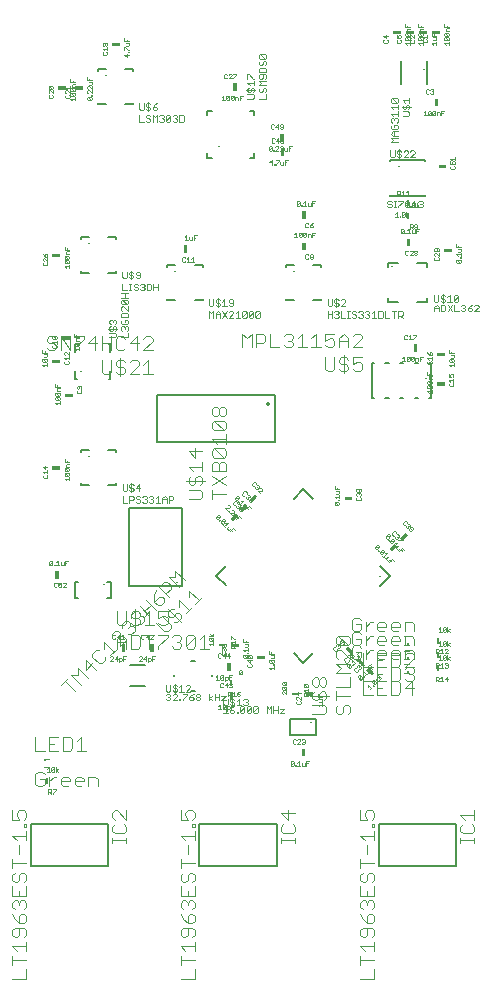
<source format=gto>
G75*
G70*
%OFA0B0*%
%FSLAX24Y24*%
%IPPOS*%
%LPD*%
%AMOC8*
5,1,8,0,0,1.08239X$1,22.5*
%
%ADD10C,0.0080*%
%ADD11C,0.0020*%
%ADD12C,0.0010*%
%ADD13C,0.0080*%
%ADD14C,0.0050*%
%ADD15C,0.0040*%
%ADD16R,0.0217X0.0079*%
%ADD17R,0.0079X0.0217*%
%ADD18R,0.0098X0.0089*%
%ADD19C,0.0120*%
D10*
X001922Y003229D02*
X004502Y003229D01*
X004502Y004629D01*
X001922Y004629D01*
X001922Y003229D01*
X007542Y003229D02*
X010122Y003229D01*
X010122Y004629D01*
X007542Y004629D01*
X007542Y003229D01*
X011007Y010024D02*
X010687Y010344D01*
X011007Y010024D02*
X011327Y010344D01*
X013568Y012919D02*
X013568Y012919D01*
X013582Y013239D02*
X013902Y012919D01*
X013903Y012915D02*
X013573Y012586D01*
X011327Y015494D02*
X011007Y015814D01*
X010687Y015494D01*
X010061Y017371D02*
X006124Y017371D01*
X006124Y018946D01*
X010061Y018946D01*
X010061Y017371D01*
X013303Y018843D02*
X013303Y020024D01*
X013381Y020024D01*
X013736Y020024D02*
X013736Y020025D01*
X013736Y020024D02*
X013854Y020024D01*
X014228Y020024D02*
X014346Y020024D01*
X014720Y020024D02*
X014838Y020024D01*
X015192Y020024D02*
X015271Y020024D01*
X015271Y018843D01*
X015192Y018843D01*
X014838Y018843D02*
X014720Y018843D01*
X014722Y018842D01*
X014346Y018843D02*
X014228Y018843D01*
X013854Y018843D02*
X013736Y018843D01*
X013381Y018843D02*
X013303Y018843D01*
X013833Y022029D02*
X014184Y022029D01*
X013833Y022029D02*
X013833Y022181D01*
X014801Y022029D02*
X015152Y022029D01*
X015152Y022178D01*
X015152Y023196D02*
X015152Y023348D01*
X015150Y023348D02*
X014801Y023348D01*
X014184Y023348D02*
X013833Y023348D01*
X013833Y023196D01*
X013975Y023246D02*
X013975Y023246D01*
X011613Y023279D02*
X011613Y023218D01*
X011613Y023279D02*
X011343Y023279D01*
X010693Y023279D02*
X010432Y023279D01*
X010432Y023218D01*
X010432Y022159D02*
X010432Y022098D01*
X010701Y022098D01*
X011343Y022098D02*
X011613Y022098D01*
X011613Y022159D01*
X009380Y026847D02*
X009222Y026847D01*
X009380Y026847D02*
X009380Y027005D01*
X008202Y027245D02*
X008199Y027245D01*
X008199Y027241D01*
X007962Y026847D02*
X007805Y026847D01*
X007805Y027005D01*
X007805Y028265D02*
X007805Y028422D01*
X007962Y028422D01*
X009222Y028422D02*
X009380Y028422D01*
X009380Y028265D01*
X005343Y028633D02*
X005073Y028633D01*
X005343Y028633D02*
X005343Y028694D01*
X004431Y028633D02*
X004162Y028633D01*
X004162Y028694D01*
X004162Y029753D02*
X004162Y029814D01*
X004423Y029814D01*
X005073Y029814D02*
X005343Y029814D01*
X005343Y029753D01*
X004778Y024199D02*
X004508Y024199D01*
X004778Y024199D02*
X004778Y024138D01*
X004778Y023079D02*
X004778Y023018D01*
X004508Y023018D01*
X003866Y023018D02*
X003597Y023018D01*
X003597Y023079D01*
X003597Y024138D02*
X003597Y024199D01*
X003858Y024199D01*
X006482Y023279D02*
X006482Y023218D01*
X006482Y023279D02*
X006743Y023279D01*
X007393Y023279D02*
X007663Y023279D01*
X007663Y023218D01*
X007663Y022159D02*
X007663Y022098D01*
X007393Y022098D01*
X006751Y022098D02*
X006482Y022098D01*
X006482Y022159D01*
X004583Y020659D02*
X004583Y020389D01*
X004583Y020659D02*
X004522Y020659D01*
X004583Y019748D02*
X004583Y019478D01*
X004522Y019478D01*
X003463Y019478D02*
X003402Y019478D01*
X003402Y019740D01*
X003402Y020389D02*
X003402Y020659D01*
X003463Y020659D01*
X003599Y017119D02*
X003599Y017058D01*
X003599Y017119D02*
X003860Y017119D01*
X004510Y017119D02*
X004780Y017119D01*
X004780Y017058D01*
X004780Y015999D02*
X004780Y015938D01*
X004510Y015938D01*
X005206Y015184D02*
X005206Y012586D01*
X006978Y012586D01*
X006978Y015184D01*
X005206Y015184D01*
X003868Y015938D02*
X003599Y015938D01*
X003599Y015999D01*
X003500Y012705D02*
X003392Y012705D01*
X003392Y012172D01*
X003500Y012172D01*
X004484Y012172D02*
X004593Y012172D01*
X004593Y012705D01*
X004484Y012705D01*
X006793Y012712D02*
X006793Y012712D01*
X008111Y012919D02*
X008432Y013239D01*
X008111Y012919D02*
X008432Y012599D01*
X013522Y004629D02*
X016102Y004629D01*
X016102Y003229D01*
X013522Y003229D01*
X013522Y004629D01*
X014282Y029295D02*
X014282Y030082D01*
X015030Y029807D02*
X015034Y029811D01*
X015148Y030082D02*
X015148Y029295D01*
D11*
X014552Y028837D02*
X014552Y028690D01*
X014552Y028764D02*
X014331Y028764D01*
X014405Y028690D01*
X014368Y028616D02*
X014331Y028579D01*
X014331Y028506D01*
X014368Y028469D01*
X014405Y028469D01*
X014441Y028506D01*
X014441Y028579D01*
X014478Y028616D01*
X014515Y028616D01*
X014552Y028579D01*
X014552Y028506D01*
X014515Y028469D01*
X014515Y028395D02*
X014331Y028395D01*
X014331Y028248D02*
X014515Y028248D01*
X014552Y028285D01*
X014552Y028358D01*
X014515Y028395D01*
X014588Y028543D02*
X014295Y028543D01*
X014158Y028543D02*
X013938Y028543D01*
X014011Y028469D01*
X014158Y028469D02*
X014158Y028616D01*
X014121Y028690D02*
X013974Y028837D01*
X014121Y028837D01*
X014158Y028800D01*
X014158Y028727D01*
X014121Y028690D01*
X013974Y028690D01*
X013938Y028727D01*
X013938Y028800D01*
X013974Y028837D01*
X014158Y028395D02*
X014158Y028248D01*
X014158Y028322D02*
X013938Y028322D01*
X014011Y028248D01*
X014011Y028174D02*
X014048Y028137D01*
X014084Y028174D01*
X014121Y028174D01*
X014158Y028137D01*
X014158Y028064D01*
X014121Y028027D01*
X014121Y027953D02*
X014048Y027953D01*
X014048Y027880D01*
X014121Y027953D02*
X014158Y027916D01*
X014158Y027843D01*
X014121Y027806D01*
X013974Y027806D01*
X013938Y027843D01*
X013938Y027916D01*
X013974Y027953D01*
X013974Y028027D02*
X013938Y028064D01*
X013938Y028137D01*
X013974Y028174D01*
X014011Y028174D01*
X014048Y028137D02*
X014048Y028101D01*
X014048Y027732D02*
X014048Y027585D01*
X014011Y027585D02*
X013938Y027659D01*
X014011Y027732D01*
X014158Y027732D01*
X014158Y027585D02*
X014011Y027585D01*
X013938Y027511D02*
X014158Y027511D01*
X014158Y027364D02*
X013938Y027364D01*
X014011Y027438D01*
X013938Y027511D01*
X013912Y027098D02*
X013912Y026914D01*
X013948Y026878D01*
X014022Y026878D01*
X014058Y026914D01*
X014058Y027098D01*
X014133Y027061D02*
X014169Y027098D01*
X014243Y027098D01*
X014279Y027061D01*
X014354Y027061D02*
X014390Y027098D01*
X014464Y027098D01*
X014500Y027061D01*
X014500Y027024D01*
X014354Y026878D01*
X014500Y026878D01*
X014575Y026878D02*
X014721Y027024D01*
X014721Y027061D01*
X014685Y027098D01*
X014611Y027098D01*
X014575Y027061D01*
X014575Y026878D02*
X014721Y026878D01*
X014279Y026914D02*
X014279Y026951D01*
X014243Y026988D01*
X014169Y026988D01*
X014133Y027024D01*
X014133Y027061D01*
X014206Y027134D02*
X014206Y026841D01*
X014169Y026878D02*
X014243Y026878D01*
X014279Y026914D01*
X014169Y026878D02*
X014133Y026914D01*
X014108Y025425D02*
X014034Y025425D01*
X014071Y025425D02*
X014071Y025204D01*
X014034Y025204D02*
X014108Y025204D01*
X014182Y025204D02*
X014182Y025241D01*
X014328Y025388D01*
X014328Y025425D01*
X014182Y025425D01*
X014403Y025388D02*
X014403Y025241D01*
X014549Y025388D01*
X014549Y025241D01*
X014513Y025204D01*
X014439Y025204D01*
X014403Y025241D01*
X014403Y025388D02*
X014439Y025425D01*
X014513Y025425D01*
X014549Y025388D01*
X014624Y025351D02*
X014697Y025425D01*
X014697Y025204D01*
X014624Y025204D02*
X014770Y025204D01*
X014845Y025241D02*
X014881Y025204D01*
X014955Y025204D01*
X014991Y025241D01*
X014991Y025278D01*
X014955Y025314D01*
X014918Y025314D01*
X014955Y025314D02*
X014991Y025351D01*
X014991Y025388D01*
X014955Y025425D01*
X014881Y025425D01*
X014845Y025388D01*
X013960Y025388D02*
X013923Y025425D01*
X013850Y025425D01*
X013813Y025388D01*
X013813Y025351D01*
X013850Y025314D01*
X013923Y025314D01*
X013960Y025278D01*
X013960Y025241D01*
X013923Y025204D01*
X013850Y025204D01*
X013813Y025241D01*
X015372Y022269D02*
X015372Y022085D01*
X015409Y022049D01*
X015482Y022049D01*
X015519Y022085D01*
X015519Y022269D01*
X015593Y022232D02*
X015630Y022269D01*
X015703Y022269D01*
X015740Y022232D01*
X015703Y022159D02*
X015630Y022159D01*
X015593Y022195D01*
X015593Y022232D01*
X015667Y022305D02*
X015667Y022012D01*
X015703Y022049D02*
X015740Y022085D01*
X015740Y022122D01*
X015703Y022159D01*
X015703Y022049D02*
X015630Y022049D01*
X015593Y022085D01*
X015603Y021949D02*
X015713Y021949D01*
X015750Y021912D01*
X015750Y021765D01*
X015713Y021729D01*
X015603Y021729D01*
X015603Y021949D01*
X015529Y021875D02*
X015529Y021729D01*
X015529Y021839D02*
X015382Y021839D01*
X015382Y021875D02*
X015456Y021949D01*
X015529Y021875D01*
X015382Y021875D02*
X015382Y021729D01*
X015824Y021729D02*
X015971Y021949D01*
X016045Y021949D02*
X016045Y021729D01*
X016192Y021729D01*
X016266Y021765D02*
X016303Y021729D01*
X016376Y021729D01*
X016413Y021765D01*
X016413Y021802D01*
X016376Y021839D01*
X016340Y021839D01*
X016376Y021839D02*
X016413Y021875D01*
X016413Y021912D01*
X016376Y021949D01*
X016303Y021949D01*
X016266Y021912D01*
X016145Y022049D02*
X016182Y022085D01*
X016182Y022232D01*
X016035Y022085D01*
X016072Y022049D01*
X016145Y022049D01*
X016035Y022085D02*
X016035Y022232D01*
X016072Y022269D01*
X016145Y022269D01*
X016182Y022232D01*
X015961Y022049D02*
X015814Y022049D01*
X015888Y022049D02*
X015888Y022269D01*
X015814Y022195D01*
X015824Y021949D02*
X015971Y021729D01*
X016487Y021765D02*
X016524Y021729D01*
X016597Y021729D01*
X016634Y021765D01*
X016634Y021802D01*
X016597Y021839D01*
X016487Y021839D01*
X016487Y021765D01*
X016487Y021839D02*
X016561Y021912D01*
X016634Y021949D01*
X016708Y021912D02*
X016745Y021949D01*
X016818Y021949D01*
X016855Y021912D01*
X016855Y021875D01*
X016708Y021729D01*
X016855Y021729D01*
X014324Y021701D02*
X014324Y021628D01*
X014287Y021591D01*
X014177Y021591D01*
X014250Y021591D02*
X014324Y021518D01*
X014177Y021518D02*
X014177Y021738D01*
X014287Y021738D01*
X014324Y021701D01*
X014103Y021738D02*
X013956Y021738D01*
X014029Y021738D02*
X014029Y021518D01*
X013882Y021518D02*
X013735Y021518D01*
X013735Y021738D01*
X013661Y021701D02*
X013624Y021738D01*
X013514Y021738D01*
X013514Y021518D01*
X013624Y021518D01*
X013661Y021554D01*
X013661Y021701D01*
X013440Y021518D02*
X013293Y021518D01*
X013366Y021518D02*
X013366Y021738D01*
X013293Y021664D01*
X013219Y021664D02*
X013182Y021628D01*
X013219Y021591D01*
X013219Y021554D01*
X013182Y021518D01*
X013109Y021518D01*
X013072Y021554D01*
X012998Y021554D02*
X012961Y021518D01*
X012888Y021518D01*
X012851Y021554D01*
X012777Y021554D02*
X012740Y021518D01*
X012667Y021518D01*
X012630Y021554D01*
X012667Y021628D02*
X012740Y021628D01*
X012777Y021591D01*
X012777Y021554D01*
X012667Y021628D02*
X012630Y021664D01*
X012630Y021701D01*
X012667Y021738D01*
X012740Y021738D01*
X012777Y021701D01*
X012851Y021701D02*
X012888Y021738D01*
X012961Y021738D01*
X012998Y021701D01*
X012998Y021664D01*
X012961Y021628D01*
X012998Y021591D01*
X012998Y021554D01*
X012961Y021628D02*
X012924Y021628D01*
X013072Y021701D02*
X013109Y021738D01*
X013182Y021738D01*
X013219Y021701D01*
X013219Y021664D01*
X013182Y021628D02*
X013145Y021628D01*
X012556Y021738D02*
X012483Y021738D01*
X012519Y021738D02*
X012519Y021518D01*
X012483Y021518D02*
X012556Y021518D01*
X012408Y021518D02*
X012262Y021518D01*
X012262Y021738D01*
X012187Y021701D02*
X012187Y021664D01*
X012151Y021628D01*
X012187Y021591D01*
X012187Y021554D01*
X012151Y021518D01*
X012077Y021518D01*
X012041Y021554D01*
X011966Y021518D02*
X011966Y021738D01*
X012041Y021701D02*
X012077Y021738D01*
X012151Y021738D01*
X012187Y021701D01*
X012151Y021628D02*
X012114Y021628D01*
X011966Y021628D02*
X011820Y021628D01*
X011820Y021518D02*
X011820Y021738D01*
X011856Y021911D02*
X011930Y021911D01*
X011966Y021948D01*
X011966Y022131D01*
X012041Y022095D02*
X012041Y022058D01*
X012077Y022021D01*
X012151Y022021D01*
X012187Y021985D01*
X012187Y021948D01*
X012151Y021911D01*
X012077Y021911D01*
X012041Y021948D01*
X012114Y021875D02*
X012114Y022168D01*
X012151Y022131D02*
X012187Y022095D01*
X012151Y022131D02*
X012077Y022131D01*
X012041Y022095D01*
X012262Y022095D02*
X012298Y022131D01*
X012372Y022131D01*
X012408Y022095D01*
X012408Y022058D01*
X012262Y021911D01*
X012408Y021911D01*
X011856Y021911D02*
X011820Y021948D01*
X011820Y022131D01*
X009563Y021701D02*
X009417Y021554D01*
X009453Y021518D01*
X009527Y021518D01*
X009563Y021554D01*
X009563Y021701D01*
X009527Y021738D01*
X009453Y021738D01*
X009417Y021701D01*
X009417Y021554D01*
X009342Y021554D02*
X009306Y021518D01*
X009232Y021518D01*
X009196Y021554D01*
X009342Y021701D01*
X009342Y021554D01*
X009196Y021554D02*
X009196Y021701D01*
X009232Y021738D01*
X009306Y021738D01*
X009342Y021701D01*
X009121Y021701D02*
X008975Y021554D01*
X009011Y021518D01*
X009085Y021518D01*
X009121Y021554D01*
X009121Y021701D01*
X009085Y021738D01*
X009011Y021738D01*
X008975Y021701D01*
X008975Y021554D01*
X008900Y021518D02*
X008754Y021518D01*
X008827Y021518D02*
X008827Y021738D01*
X008754Y021664D01*
X008679Y021664D02*
X008679Y021701D01*
X008643Y021738D01*
X008569Y021738D01*
X008533Y021701D01*
X008458Y021738D02*
X008312Y021518D01*
X008237Y021518D02*
X008237Y021664D01*
X008164Y021738D01*
X008091Y021664D01*
X008091Y021518D01*
X008016Y021518D02*
X008016Y021738D01*
X007943Y021664D01*
X007870Y021738D01*
X007870Y021518D01*
X008091Y021628D02*
X008237Y021628D01*
X008312Y021738D02*
X008458Y021518D01*
X008533Y021518D02*
X008679Y021664D01*
X008679Y021518D02*
X008533Y021518D01*
X008569Y021911D02*
X008643Y021911D01*
X008679Y021948D01*
X008679Y022095D01*
X008643Y022131D01*
X008569Y022131D01*
X008533Y022095D01*
X008533Y022058D01*
X008569Y022021D01*
X008679Y022021D01*
X008569Y021911D02*
X008533Y021948D01*
X008458Y021911D02*
X008312Y021911D01*
X008385Y021911D02*
X008385Y022131D01*
X008312Y022058D01*
X008237Y022095D02*
X008201Y022131D01*
X008127Y022131D01*
X008091Y022095D01*
X008091Y022058D01*
X008127Y022021D01*
X008201Y022021D01*
X008237Y021985D01*
X008237Y021948D01*
X008201Y021911D01*
X008127Y021911D01*
X008091Y021948D01*
X008016Y021948D02*
X008016Y022131D01*
X007870Y022131D02*
X007870Y021948D01*
X007906Y021911D01*
X007980Y021911D01*
X008016Y021948D01*
X008164Y021875D02*
X008164Y022168D01*
X006163Y022438D02*
X006163Y022658D01*
X006163Y022548D02*
X006016Y022548D01*
X005942Y022621D02*
X005905Y022658D01*
X005795Y022658D01*
X005795Y022438D01*
X005905Y022438D01*
X005942Y022474D01*
X005942Y022621D01*
X006016Y022658D02*
X006016Y022438D01*
X005721Y022474D02*
X005684Y022438D01*
X005610Y022438D01*
X005574Y022474D01*
X005500Y022474D02*
X005463Y022438D01*
X005389Y022438D01*
X005353Y022474D01*
X005389Y022548D02*
X005463Y022548D01*
X005500Y022511D01*
X005500Y022474D01*
X005389Y022548D02*
X005353Y022584D01*
X005353Y022621D01*
X005389Y022658D01*
X005463Y022658D01*
X005500Y022621D01*
X005574Y022621D02*
X005610Y022658D01*
X005684Y022658D01*
X005721Y022621D01*
X005721Y022584D01*
X005684Y022548D01*
X005721Y022511D01*
X005721Y022474D01*
X005684Y022548D02*
X005647Y022548D01*
X005537Y022831D02*
X005463Y022831D01*
X005426Y022868D01*
X005352Y022868D02*
X005352Y022905D01*
X005316Y022941D01*
X005242Y022941D01*
X005205Y022978D01*
X005205Y023015D01*
X005242Y023051D01*
X005316Y023051D01*
X005352Y023015D01*
X005426Y023015D02*
X005426Y022978D01*
X005463Y022941D01*
X005573Y022941D01*
X005573Y022868D02*
X005573Y023015D01*
X005537Y023051D01*
X005463Y023051D01*
X005426Y023015D01*
X005279Y023088D02*
X005279Y022795D01*
X005316Y022831D02*
X005352Y022868D01*
X005316Y022831D02*
X005242Y022831D01*
X005205Y022868D01*
X005131Y022868D02*
X005131Y023051D01*
X004984Y023051D02*
X004984Y022868D01*
X005021Y022831D01*
X005095Y022831D01*
X005131Y022868D01*
X005205Y022658D02*
X005279Y022658D01*
X005242Y022658D02*
X005242Y022438D01*
X005205Y022438D02*
X005279Y022438D01*
X005131Y022438D02*
X004984Y022438D01*
X004984Y022658D01*
X004943Y022339D02*
X005163Y022339D01*
X005053Y022339D02*
X005053Y022192D01*
X004980Y022118D02*
X005127Y021971D01*
X005163Y022008D01*
X005163Y022081D01*
X005127Y022118D01*
X004980Y022118D01*
X004943Y022081D01*
X004943Y022008D01*
X004980Y021971D01*
X005127Y021971D01*
X005163Y021897D02*
X005163Y021750D01*
X005017Y021897D01*
X004980Y021897D01*
X004943Y021860D01*
X004943Y021787D01*
X004980Y021750D01*
X004980Y021676D02*
X004943Y021639D01*
X004943Y021529D01*
X005163Y021529D01*
X005163Y021639D01*
X005127Y021676D01*
X004980Y021676D01*
X004980Y021455D02*
X004943Y021418D01*
X004943Y021345D01*
X004980Y021308D01*
X005127Y021308D01*
X005163Y021345D01*
X005163Y021418D01*
X005127Y021455D01*
X005053Y021455D01*
X005053Y021381D01*
X005017Y021234D02*
X005053Y021197D01*
X005090Y021234D01*
X005127Y021234D01*
X005163Y021197D01*
X005163Y021124D01*
X005127Y021087D01*
X005163Y021013D02*
X005163Y020866D01*
X004943Y020866D01*
X004770Y020903D02*
X004770Y020976D01*
X004733Y021013D01*
X004549Y021013D01*
X004586Y021087D02*
X004549Y021124D01*
X004549Y021197D01*
X004586Y021234D01*
X004586Y021308D02*
X004549Y021345D01*
X004549Y021418D01*
X004586Y021455D01*
X004623Y021455D01*
X004660Y021418D01*
X004696Y021455D01*
X004733Y021455D01*
X004770Y021418D01*
X004770Y021345D01*
X004733Y021308D01*
X004733Y021234D02*
X004696Y021234D01*
X004660Y021197D01*
X004660Y021124D01*
X004623Y021087D01*
X004586Y021087D01*
X004513Y021160D02*
X004806Y021160D01*
X004770Y021124D02*
X004770Y021197D01*
X004733Y021234D01*
X004770Y021124D02*
X004733Y021087D01*
X004770Y020903D02*
X004733Y020866D01*
X004549Y020866D01*
X004943Y021124D02*
X004943Y021197D01*
X004980Y021234D01*
X005017Y021234D01*
X005053Y021197D02*
X005053Y021160D01*
X004980Y021087D02*
X004943Y021124D01*
X004660Y021381D02*
X004660Y021418D01*
X004943Y022192D02*
X005163Y022192D01*
X005537Y022831D02*
X005573Y022868D01*
X005550Y028053D02*
X005696Y028053D01*
X005771Y028089D02*
X005807Y028053D01*
X005881Y028053D01*
X005917Y028089D01*
X005917Y028126D01*
X005881Y028163D01*
X005807Y028163D01*
X005771Y028199D01*
X005771Y028236D01*
X005807Y028273D01*
X005881Y028273D01*
X005917Y028236D01*
X005992Y028273D02*
X006065Y028199D01*
X006138Y028273D01*
X006138Y028053D01*
X006213Y028089D02*
X006249Y028053D01*
X006323Y028053D01*
X006359Y028089D01*
X006359Y028126D01*
X006323Y028163D01*
X006286Y028163D01*
X006323Y028163D02*
X006359Y028199D01*
X006359Y028236D01*
X006323Y028273D01*
X006249Y028273D01*
X006213Y028236D01*
X006434Y028236D02*
X006434Y028089D01*
X006580Y028236D01*
X006580Y028089D01*
X006544Y028053D01*
X006470Y028053D01*
X006434Y028089D01*
X006434Y028236D02*
X006470Y028273D01*
X006544Y028273D01*
X006580Y028236D01*
X006655Y028236D02*
X006691Y028273D01*
X006765Y028273D01*
X006801Y028236D01*
X006801Y028199D01*
X006765Y028163D01*
X006801Y028126D01*
X006801Y028089D01*
X006765Y028053D01*
X006691Y028053D01*
X006655Y028089D01*
X006728Y028163D02*
X006765Y028163D01*
X006876Y028273D02*
X006876Y028053D01*
X006986Y028053D01*
X007022Y028089D01*
X007022Y028236D01*
X006986Y028273D01*
X006876Y028273D01*
X006138Y028483D02*
X006102Y028446D01*
X006028Y028446D01*
X005992Y028483D01*
X005992Y028556D01*
X006102Y028556D01*
X006138Y028520D01*
X006138Y028483D01*
X005992Y028556D02*
X006065Y028630D01*
X006138Y028666D01*
X005917Y028630D02*
X005881Y028666D01*
X005807Y028666D01*
X005771Y028630D01*
X005771Y028593D01*
X005807Y028556D01*
X005881Y028556D01*
X005917Y028520D01*
X005917Y028483D01*
X005881Y028446D01*
X005807Y028446D01*
X005771Y028483D01*
X005696Y028483D02*
X005660Y028446D01*
X005586Y028446D01*
X005550Y028483D01*
X005550Y028666D01*
X005696Y028666D02*
X005696Y028483D01*
X005844Y028410D02*
X005844Y028703D01*
X005992Y028273D02*
X005992Y028053D01*
X005550Y028053D02*
X005550Y028273D01*
X008553Y008810D02*
X008553Y009030D01*
X008553Y009029D02*
X008631Y009029D01*
X008631Y008810D01*
X008631Y008809D01*
X008553Y008809D01*
X008553Y008827D01*
X008631Y008827D01*
X008631Y008845D01*
X008553Y008845D01*
X008553Y008863D01*
X008631Y008863D01*
X008631Y008881D01*
X008553Y008881D01*
X008553Y008899D01*
X008631Y008899D01*
X008631Y008917D01*
X008553Y008917D01*
X008553Y008935D01*
X008631Y008935D01*
X008631Y008953D01*
X008553Y008953D01*
X008553Y008971D01*
X008631Y008971D01*
X008631Y008989D01*
X008553Y008989D01*
X008553Y009007D01*
X008631Y009007D01*
X008631Y009025D01*
X008553Y009025D01*
X008422Y008918D02*
X008275Y008772D01*
X008422Y008772D01*
X008350Y008817D02*
X008350Y008633D01*
X008387Y008596D01*
X008460Y008596D01*
X008497Y008633D01*
X008497Y008817D01*
X008571Y008780D02*
X008608Y008817D01*
X008681Y008817D01*
X008718Y008780D01*
X008681Y008706D02*
X008608Y008706D01*
X008571Y008743D01*
X008571Y008780D01*
X008645Y008853D02*
X008645Y008560D01*
X008645Y008530D02*
X008571Y008456D01*
X008681Y008456D01*
X008718Y008420D01*
X008718Y008383D01*
X008681Y008346D01*
X008608Y008346D01*
X008571Y008383D01*
X008571Y008456D01*
X008645Y008530D02*
X008718Y008567D01*
X008681Y008596D02*
X008718Y008633D01*
X008718Y008670D01*
X008681Y008706D01*
X008681Y008596D02*
X008608Y008596D01*
X008571Y008633D01*
X008424Y008567D02*
X008424Y008346D01*
X008497Y008346D02*
X008350Y008346D01*
X008350Y008493D02*
X008424Y008567D01*
X008201Y008772D02*
X008201Y008992D01*
X008275Y008918D02*
X008422Y008918D01*
X008201Y008882D02*
X008054Y008882D01*
X007980Y008918D02*
X007870Y008845D01*
X007980Y008772D01*
X008054Y008772D02*
X008054Y008992D01*
X007870Y008992D02*
X007870Y008772D01*
X007575Y008808D02*
X007538Y008772D01*
X007464Y008772D01*
X007428Y008808D01*
X007428Y008845D01*
X007464Y008882D01*
X007538Y008882D01*
X007575Y008845D01*
X007575Y008808D01*
X007538Y008882D02*
X007575Y008918D01*
X007575Y008955D01*
X007538Y008992D01*
X007464Y008992D01*
X007428Y008955D01*
X007428Y008918D01*
X007464Y008882D01*
X007354Y008845D02*
X007317Y008882D01*
X007207Y008882D01*
X007207Y008808D01*
X007243Y008772D01*
X007317Y008772D01*
X007354Y008808D01*
X007354Y008845D01*
X007280Y008955D02*
X007207Y008882D01*
X007280Y008955D02*
X007354Y008992D01*
X007243Y009059D02*
X007096Y009059D01*
X007243Y009206D01*
X007243Y009242D01*
X007206Y009279D01*
X007133Y009279D01*
X007096Y009242D01*
X006949Y009279D02*
X006949Y009059D01*
X007022Y009059D02*
X006875Y009059D01*
X006801Y009096D02*
X006801Y009132D01*
X006764Y009169D01*
X006691Y009169D01*
X006654Y009206D01*
X006654Y009242D01*
X006691Y009279D01*
X006764Y009279D01*
X006801Y009242D01*
X006875Y009206D02*
X006949Y009279D01*
X006728Y009316D02*
X006728Y009022D01*
X006764Y008992D02*
X006691Y008992D01*
X006654Y008955D01*
X006580Y008955D02*
X006580Y008918D01*
X006543Y008882D01*
X006580Y008845D01*
X006580Y008808D01*
X006543Y008772D01*
X006470Y008772D01*
X006433Y008808D01*
X006507Y008882D02*
X006543Y008882D01*
X006580Y008955D02*
X006543Y008992D01*
X006470Y008992D01*
X006433Y008955D01*
X006470Y009059D02*
X006543Y009059D01*
X006580Y009096D01*
X006580Y009279D01*
X006433Y009279D02*
X006433Y009096D01*
X006470Y009059D01*
X006654Y009096D02*
X006691Y009059D01*
X006764Y009059D01*
X006801Y009096D01*
X006764Y008992D02*
X006801Y008955D01*
X006801Y008918D01*
X006654Y008772D01*
X006801Y008772D01*
X006875Y008772D02*
X006912Y008772D01*
X006912Y008808D01*
X006875Y008808D01*
X006875Y008772D01*
X006986Y008772D02*
X006986Y008808D01*
X007133Y008955D01*
X007133Y008992D01*
X006986Y008992D01*
X008792Y008743D02*
X008865Y008817D01*
X008865Y008596D01*
X008792Y008596D02*
X008939Y008596D01*
X008939Y008567D02*
X009013Y008567D01*
X009049Y008530D01*
X008903Y008383D01*
X008939Y008346D01*
X009013Y008346D01*
X009049Y008383D01*
X009049Y008530D01*
X009050Y008596D02*
X009013Y008633D01*
X009050Y008596D02*
X009123Y008596D01*
X009160Y008633D01*
X009160Y008670D01*
X009123Y008706D01*
X009086Y008706D01*
X009123Y008706D02*
X009160Y008743D01*
X009160Y008780D01*
X009123Y008817D01*
X009050Y008817D01*
X009013Y008780D01*
X008939Y008567D02*
X008903Y008530D01*
X008903Y008383D01*
X008829Y008383D02*
X008829Y008346D01*
X008792Y008346D01*
X008792Y008383D01*
X008829Y008383D01*
X009124Y008383D02*
X009270Y008530D01*
X009270Y008383D01*
X009234Y008346D01*
X009160Y008346D01*
X009124Y008383D01*
X009124Y008530D01*
X009160Y008567D01*
X009234Y008567D01*
X009270Y008530D01*
X009345Y008530D02*
X009381Y008567D01*
X009455Y008567D01*
X009491Y008530D01*
X009345Y008383D01*
X009381Y008346D01*
X009455Y008346D01*
X009491Y008383D01*
X009491Y008530D01*
X009345Y008530D02*
X009345Y008383D01*
X009787Y008346D02*
X009787Y008567D01*
X009860Y008493D01*
X009933Y008567D01*
X009933Y008346D01*
X010008Y008346D02*
X010008Y008567D01*
X010008Y008456D02*
X010154Y008456D01*
X010229Y008493D02*
X010375Y008493D01*
X010229Y008346D01*
X010375Y008346D01*
X010154Y008346D02*
X010154Y008567D01*
X006533Y015358D02*
X006533Y015578D01*
X006644Y015578D01*
X006680Y015541D01*
X006680Y015468D01*
X006644Y015431D01*
X006533Y015431D01*
X006459Y015468D02*
X006312Y015468D01*
X006312Y015504D02*
X006386Y015578D01*
X006459Y015504D01*
X006459Y015358D01*
X006312Y015358D02*
X006312Y015504D01*
X006238Y015358D02*
X006091Y015358D01*
X006165Y015358D02*
X006165Y015578D01*
X006091Y015504D01*
X006017Y015504D02*
X005981Y015468D01*
X006017Y015431D01*
X006017Y015394D01*
X005981Y015358D01*
X005907Y015358D01*
X005870Y015394D01*
X005796Y015394D02*
X005760Y015358D01*
X005686Y015358D01*
X005649Y015394D01*
X005575Y015394D02*
X005539Y015358D01*
X005465Y015358D01*
X005428Y015394D01*
X005465Y015468D02*
X005539Y015468D01*
X005575Y015431D01*
X005575Y015394D01*
X005465Y015468D02*
X005428Y015504D01*
X005428Y015541D01*
X005465Y015578D01*
X005539Y015578D01*
X005575Y015541D01*
X005649Y015541D02*
X005686Y015578D01*
X005760Y015578D01*
X005796Y015541D01*
X005796Y015504D01*
X005760Y015468D01*
X005796Y015431D01*
X005796Y015394D01*
X005760Y015468D02*
X005723Y015468D01*
X005870Y015541D02*
X005907Y015578D01*
X005981Y015578D01*
X006017Y015541D01*
X006017Y015504D01*
X005981Y015468D02*
X005944Y015468D01*
X005539Y015751D02*
X005539Y015971D01*
X005428Y015861D01*
X005575Y015861D01*
X005354Y015825D02*
X005318Y015861D01*
X005244Y015861D01*
X005207Y015898D01*
X005207Y015935D01*
X005244Y015971D01*
X005318Y015971D01*
X005354Y015935D01*
X005281Y016008D02*
X005281Y015715D01*
X005318Y015751D02*
X005354Y015788D01*
X005354Y015825D01*
X005318Y015751D02*
X005244Y015751D01*
X005207Y015788D01*
X005133Y015788D02*
X005133Y015971D01*
X004986Y015971D02*
X004986Y015788D01*
X005023Y015751D01*
X005097Y015751D01*
X005133Y015788D01*
X005207Y015578D02*
X005318Y015578D01*
X005354Y015541D01*
X005354Y015468D01*
X005318Y015431D01*
X005207Y015431D01*
X005207Y015358D02*
X005207Y015578D01*
X004986Y015578D02*
X004986Y015358D01*
X005133Y015358D01*
X015691Y020280D02*
X015471Y020280D01*
X015472Y020280D02*
X015472Y020358D01*
X015691Y020358D01*
X015692Y020358D01*
X015692Y020280D01*
X015674Y020280D01*
X015674Y020358D01*
X015656Y020358D01*
X015656Y020280D01*
X015638Y020280D01*
X015638Y020358D01*
X015620Y020358D01*
X015620Y020280D01*
X015602Y020280D01*
X015602Y020358D01*
X015584Y020358D01*
X015584Y020280D01*
X015566Y020280D01*
X015566Y020358D01*
X015548Y020358D01*
X015548Y020280D01*
X015530Y020280D01*
X015530Y020358D01*
X015512Y020358D01*
X015512Y020280D01*
X015494Y020280D01*
X015494Y020358D01*
X015476Y020358D01*
X015476Y020280D01*
X009763Y028826D02*
X009543Y028826D01*
X009370Y028862D02*
X009370Y028936D01*
X009333Y028973D01*
X009149Y028973D01*
X009186Y029047D02*
X009149Y029083D01*
X009149Y029157D01*
X009186Y029193D01*
X009260Y029157D02*
X009260Y029083D01*
X009223Y029047D01*
X009186Y029047D01*
X009113Y029120D02*
X009406Y029120D01*
X009370Y029083D02*
X009370Y029157D01*
X009333Y029193D01*
X009296Y029193D01*
X009260Y029157D01*
X009223Y029268D02*
X009149Y029341D01*
X009370Y029341D01*
X009370Y029268D02*
X009370Y029414D01*
X009370Y029489D02*
X009333Y029489D01*
X009186Y029635D01*
X009149Y029635D01*
X009149Y029489D01*
X009543Y029525D02*
X009580Y029489D01*
X009617Y029489D01*
X009653Y029525D01*
X009653Y029635D01*
X009580Y029635D02*
X009543Y029599D01*
X009543Y029525D01*
X009543Y029414D02*
X009763Y029414D01*
X009727Y029489D02*
X009763Y029525D01*
X009763Y029599D01*
X009727Y029635D01*
X009580Y029635D01*
X009543Y029710D02*
X009543Y029820D01*
X009580Y029856D01*
X009727Y029856D01*
X009763Y029820D01*
X009763Y029710D01*
X009543Y029710D01*
X009580Y029931D02*
X009617Y029931D01*
X009653Y029967D01*
X009653Y030041D01*
X009690Y030077D01*
X009727Y030077D01*
X009763Y030041D01*
X009763Y029967D01*
X009727Y029931D01*
X009580Y029931D02*
X009543Y029967D01*
X009543Y030041D01*
X009580Y030077D01*
X009580Y030152D02*
X009543Y030188D01*
X009543Y030262D01*
X009580Y030298D01*
X009727Y030152D01*
X009763Y030188D01*
X009763Y030262D01*
X009727Y030298D01*
X009580Y030298D01*
X009580Y030152D02*
X009727Y030152D01*
X009543Y029414D02*
X009617Y029341D01*
X009543Y029268D01*
X009763Y029268D01*
X009727Y029193D02*
X009763Y029157D01*
X009763Y029083D01*
X009727Y029047D01*
X009653Y029083D02*
X009653Y029157D01*
X009690Y029193D01*
X009727Y029193D01*
X009653Y029083D02*
X009617Y029047D01*
X009580Y029047D01*
X009543Y029083D01*
X009543Y029157D01*
X009580Y029193D01*
X009370Y029083D02*
X009333Y029047D01*
X009370Y028862D02*
X009333Y028826D01*
X009149Y028826D01*
X009763Y028826D02*
X009763Y028973D01*
X010969Y006930D02*
X010969Y007150D01*
X010969Y007149D02*
X011047Y007149D01*
X011047Y006930D01*
X011047Y006929D01*
X010969Y006929D01*
X010969Y006947D01*
X011047Y006947D01*
X011047Y006965D01*
X010969Y006965D01*
X010969Y006983D01*
X011047Y006983D01*
X011047Y007001D01*
X010969Y007001D01*
X010969Y007019D01*
X011047Y007019D01*
X011047Y007037D01*
X010969Y007037D01*
X010969Y007055D01*
X011047Y007055D01*
X011047Y007073D01*
X010969Y007073D01*
X010969Y007091D01*
X011047Y007091D01*
X011047Y007109D01*
X010969Y007109D01*
X010969Y007127D01*
X011047Y007127D01*
X011047Y007145D01*
X010969Y007145D01*
X011061Y025068D02*
X011061Y024848D01*
X011061Y024849D02*
X010983Y024849D01*
X010983Y025068D01*
X010983Y025069D01*
X011061Y025069D01*
X011061Y025051D01*
X010983Y025051D01*
X010983Y025033D01*
X011061Y025033D01*
X011061Y025015D01*
X010983Y025015D01*
X010983Y024997D01*
X011061Y024997D01*
X011061Y024979D01*
X010983Y024979D01*
X010983Y024961D01*
X011061Y024961D01*
X011061Y024943D01*
X010983Y024943D01*
X010983Y024925D01*
X011061Y024925D01*
X011061Y024907D01*
X010983Y024907D01*
X010983Y024889D01*
X011061Y024889D01*
X011061Y024871D01*
X010983Y024871D01*
X010983Y024853D01*
X011061Y024853D01*
X008483Y009790D02*
X008483Y010010D01*
X008483Y010009D02*
X008561Y010009D01*
X008561Y009790D01*
X008561Y009789D01*
X008483Y009789D01*
X008483Y009807D01*
X008561Y009807D01*
X008561Y009825D01*
X008483Y009825D01*
X008483Y009843D01*
X008561Y009843D01*
X008561Y009861D01*
X008483Y009861D01*
X008483Y009879D01*
X008561Y009879D01*
X008561Y009897D01*
X008483Y009897D01*
X008483Y009915D01*
X008561Y009915D01*
X008561Y009933D01*
X008483Y009933D01*
X008483Y009951D01*
X008561Y009951D01*
X008561Y009969D01*
X008483Y009969D01*
X008483Y009987D01*
X008561Y009987D01*
X008561Y010005D01*
X008483Y010005D01*
X011061Y024018D02*
X011061Y023798D01*
X011061Y023799D02*
X010983Y023799D01*
X010983Y024018D01*
X010983Y024019D01*
X011061Y024019D01*
X011061Y024001D01*
X010983Y024001D01*
X010983Y023983D01*
X011061Y023983D01*
X011061Y023965D01*
X010983Y023965D01*
X010983Y023947D01*
X011061Y023947D01*
X011061Y023929D01*
X010983Y023929D01*
X010983Y023911D01*
X011061Y023911D01*
X011061Y023893D01*
X010983Y023893D01*
X010983Y023875D01*
X011061Y023875D01*
X011061Y023857D01*
X010983Y023857D01*
X010983Y023839D01*
X011061Y023839D01*
X011061Y023821D01*
X010983Y023821D01*
X010983Y023803D01*
X011061Y023803D01*
X005913Y010420D02*
X005913Y010640D01*
X005913Y010639D02*
X005991Y010639D01*
X005991Y010420D01*
X005991Y010419D01*
X005913Y010419D01*
X005913Y010437D01*
X005991Y010437D01*
X005991Y010455D01*
X005913Y010455D01*
X005913Y010473D01*
X005991Y010473D01*
X005991Y010491D01*
X005913Y010491D01*
X005913Y010509D01*
X005991Y010509D01*
X005991Y010527D01*
X005913Y010527D01*
X005913Y010545D01*
X005991Y010545D01*
X005991Y010563D01*
X005913Y010563D01*
X005913Y010581D01*
X005991Y010581D01*
X005991Y010599D01*
X005913Y010599D01*
X005913Y010617D01*
X005991Y010617D01*
X005991Y010635D01*
X005913Y010635D01*
X011309Y008950D02*
X011089Y008950D01*
X011090Y008950D02*
X011090Y009028D01*
X011309Y009028D01*
X011310Y009028D01*
X011310Y008950D01*
X011292Y008950D01*
X011292Y009028D01*
X011274Y009028D01*
X011274Y008950D01*
X011256Y008950D01*
X011256Y009028D01*
X011238Y009028D01*
X011238Y008950D01*
X011220Y008950D01*
X011220Y009028D01*
X011202Y009028D01*
X011202Y008950D01*
X011184Y008950D01*
X011184Y009028D01*
X011166Y009028D01*
X011166Y008950D01*
X011148Y008950D01*
X011148Y009028D01*
X011130Y009028D01*
X011130Y008950D01*
X011112Y008950D01*
X011112Y009028D01*
X011094Y009028D01*
X011094Y008950D01*
X014531Y024148D02*
X014531Y023928D01*
X014531Y023929D02*
X014453Y023929D01*
X014453Y024148D01*
X014453Y024149D01*
X014531Y024149D01*
X014531Y024131D01*
X014453Y024131D01*
X014453Y024113D01*
X014531Y024113D01*
X014531Y024095D01*
X014453Y024095D01*
X014453Y024077D01*
X014531Y024077D01*
X014531Y024059D01*
X014453Y024059D01*
X014453Y024041D01*
X014531Y024041D01*
X014531Y024023D01*
X014453Y024023D01*
X014453Y024005D01*
X014531Y024005D01*
X014531Y023987D01*
X014453Y023987D01*
X014453Y023969D01*
X014531Y023969D01*
X014531Y023951D01*
X014453Y023951D01*
X014453Y023933D01*
X014531Y023933D01*
X014690Y020410D02*
X014690Y020630D01*
X014690Y020629D02*
X014768Y020629D01*
X014768Y020410D01*
X014768Y020409D01*
X014690Y020409D01*
X014690Y020427D01*
X014768Y020427D01*
X014768Y020445D01*
X014690Y020445D01*
X014690Y020463D01*
X014768Y020463D01*
X014768Y020481D01*
X014690Y020481D01*
X014690Y020499D01*
X014768Y020499D01*
X014768Y020517D01*
X014690Y020517D01*
X014690Y020535D01*
X014768Y020535D01*
X014768Y020553D01*
X014690Y020553D01*
X014690Y020571D01*
X014768Y020571D01*
X014768Y020589D01*
X014690Y020589D01*
X014690Y020607D01*
X014768Y020607D01*
X014768Y020625D01*
X014690Y020625D01*
X010263Y026960D02*
X010263Y027180D01*
X010263Y027179D02*
X010341Y027179D01*
X010341Y026960D01*
X010341Y026959D01*
X010263Y026959D01*
X010263Y026977D01*
X010341Y026977D01*
X010341Y026995D01*
X010263Y026995D01*
X010263Y027013D01*
X010341Y027013D01*
X010341Y027031D01*
X010263Y027031D01*
X010263Y027049D01*
X010341Y027049D01*
X010341Y027067D01*
X010263Y027067D01*
X010263Y027085D01*
X010341Y027085D01*
X010341Y027103D01*
X010263Y027103D01*
X010263Y027121D01*
X010341Y027121D01*
X010341Y027139D01*
X010263Y027139D01*
X010263Y027157D01*
X010341Y027157D01*
X010341Y027175D01*
X010263Y027175D01*
X010243Y027430D02*
X010243Y027650D01*
X010243Y027649D02*
X010321Y027649D01*
X010321Y027430D01*
X010321Y027429D01*
X010243Y027429D01*
X010243Y027447D01*
X010321Y027447D01*
X010321Y027465D01*
X010243Y027465D01*
X010243Y027483D01*
X010321Y027483D01*
X010321Y027501D01*
X010243Y027501D01*
X010243Y027519D01*
X010321Y027519D01*
X010321Y027537D01*
X010243Y027537D01*
X010243Y027555D01*
X010321Y027555D01*
X010321Y027573D01*
X010243Y027573D01*
X010243Y027591D01*
X010321Y027591D01*
X010321Y027609D01*
X010243Y027609D01*
X010243Y027627D01*
X010321Y027627D01*
X010321Y027645D01*
X010243Y027645D01*
X008683Y029110D02*
X008683Y029330D01*
X008683Y029329D02*
X008761Y029329D01*
X008761Y029110D01*
X008761Y029109D01*
X008683Y029109D01*
X008683Y029127D01*
X008761Y029127D01*
X008761Y029145D01*
X008683Y029145D01*
X008683Y029163D01*
X008761Y029163D01*
X008761Y029181D01*
X008683Y029181D01*
X008683Y029199D01*
X008761Y029199D01*
X008761Y029217D01*
X008683Y029217D01*
X008683Y029235D01*
X008761Y029235D01*
X008761Y029253D01*
X008683Y029253D01*
X008683Y029271D01*
X008761Y029271D01*
X008761Y029289D01*
X008683Y029289D01*
X008683Y029307D01*
X008761Y029307D01*
X008761Y029325D01*
X008683Y029325D01*
X004953Y010420D02*
X004953Y010640D01*
X004953Y010639D02*
X005031Y010639D01*
X005031Y010420D01*
X005031Y010419D01*
X004953Y010419D01*
X004953Y010437D01*
X005031Y010437D01*
X005031Y010455D01*
X004953Y010455D01*
X004953Y010473D01*
X005031Y010473D01*
X005031Y010491D01*
X004953Y010491D01*
X004953Y010509D01*
X005031Y010509D01*
X005031Y010527D01*
X004953Y010527D01*
X004953Y010545D01*
X005031Y010545D01*
X005031Y010563D01*
X004953Y010563D01*
X004953Y010581D01*
X005031Y010581D01*
X005031Y010599D01*
X004953Y010599D01*
X004953Y010617D01*
X005031Y010617D01*
X005031Y010635D01*
X004953Y010635D01*
X009691Y010180D02*
X009471Y010180D01*
X009472Y010180D02*
X009472Y010258D01*
X009691Y010258D01*
X009692Y010258D01*
X009692Y010180D01*
X009674Y010180D01*
X009674Y010258D01*
X009656Y010258D01*
X009656Y010180D01*
X009638Y010180D01*
X009638Y010258D01*
X009620Y010258D01*
X009620Y010180D01*
X009602Y010180D01*
X009602Y010258D01*
X009584Y010258D01*
X009584Y010180D01*
X009566Y010180D01*
X009566Y010258D01*
X009548Y010258D01*
X009548Y010180D01*
X009530Y010180D01*
X009530Y010258D01*
X009512Y010258D01*
X009512Y010180D01*
X009494Y010180D01*
X009494Y010258D01*
X009476Y010258D01*
X009476Y010180D01*
X007111Y023928D02*
X007111Y023708D01*
X007111Y023709D02*
X007033Y023709D01*
X007033Y023928D01*
X007033Y023929D01*
X007111Y023929D01*
X007111Y023911D01*
X007033Y023911D01*
X007033Y023893D01*
X007111Y023893D01*
X007111Y023875D01*
X007033Y023875D01*
X007033Y023857D01*
X007111Y023857D01*
X007111Y023839D01*
X007033Y023839D01*
X007033Y023821D01*
X007111Y023821D01*
X007111Y023803D01*
X007033Y023803D01*
X007033Y023785D01*
X007111Y023785D01*
X007111Y023767D01*
X007033Y023767D01*
X007033Y023749D01*
X007111Y023749D01*
X007111Y023731D01*
X007033Y023731D01*
X007033Y023713D01*
X007111Y023713D01*
X013270Y009639D02*
X013114Y009794D01*
X013115Y009794D02*
X013170Y009849D01*
X013325Y009694D01*
X013326Y009694D01*
X013270Y009638D01*
X013257Y009651D01*
X013313Y009707D01*
X013300Y009719D01*
X013245Y009664D01*
X013232Y009677D01*
X013287Y009732D01*
X013275Y009745D01*
X013219Y009689D01*
X013207Y009702D01*
X013262Y009757D01*
X013249Y009770D01*
X013194Y009715D01*
X013181Y009727D01*
X013237Y009783D01*
X013224Y009796D01*
X013168Y009740D01*
X013156Y009753D01*
X013211Y009808D01*
X013198Y009821D01*
X013143Y009766D01*
X013130Y009778D01*
X013186Y009834D01*
X013173Y009846D01*
X013118Y009791D01*
X002824Y013079D02*
X002824Y012859D01*
X002824Y012860D02*
X002746Y012860D01*
X002746Y013079D01*
X002746Y013080D01*
X002824Y013080D01*
X002824Y013062D01*
X002746Y013062D01*
X002746Y013044D01*
X002824Y013044D01*
X002824Y013026D01*
X002746Y013026D01*
X002746Y013008D01*
X002824Y013008D01*
X002824Y012990D01*
X002746Y012990D01*
X002746Y012972D01*
X002824Y012972D01*
X002824Y012954D01*
X002746Y012954D01*
X002746Y012936D01*
X002824Y012936D01*
X002824Y012918D01*
X002746Y012918D01*
X002746Y012900D01*
X002824Y012900D01*
X002824Y012882D01*
X002746Y012882D01*
X002746Y012864D01*
X002824Y012864D01*
X008829Y010570D02*
X008609Y010570D01*
X008610Y010570D02*
X008610Y010648D01*
X008829Y010648D01*
X008830Y010648D01*
X008830Y010570D01*
X008812Y010570D01*
X008812Y010648D01*
X008794Y010648D01*
X008794Y010570D01*
X008776Y010570D01*
X008776Y010648D01*
X008758Y010648D01*
X008758Y010570D01*
X008740Y010570D01*
X008740Y010648D01*
X008722Y010648D01*
X008722Y010570D01*
X008704Y010570D01*
X008704Y010648D01*
X008686Y010648D01*
X008686Y010570D01*
X008668Y010570D01*
X008668Y010648D01*
X008650Y010648D01*
X008650Y010570D01*
X008632Y010570D01*
X008632Y010648D01*
X008614Y010648D01*
X008614Y010570D01*
X003191Y020820D02*
X002971Y020820D01*
X002972Y020820D02*
X002972Y020898D01*
X003191Y020898D01*
X003192Y020898D01*
X003192Y020820D01*
X003174Y020820D01*
X003174Y020898D01*
X003156Y020898D01*
X003156Y020820D01*
X003138Y020820D01*
X003138Y020898D01*
X003120Y020898D01*
X003120Y020820D01*
X003102Y020820D01*
X003102Y020898D01*
X003084Y020898D01*
X003084Y020820D01*
X003066Y020820D01*
X003066Y020898D01*
X003048Y020898D01*
X003048Y020820D01*
X003030Y020820D01*
X003030Y020898D01*
X003012Y020898D01*
X003012Y020820D01*
X002994Y020820D01*
X002994Y020898D01*
X002976Y020898D01*
X002976Y020820D01*
X015921Y023740D02*
X015701Y023740D01*
X015702Y023740D02*
X015702Y023818D01*
X015921Y023818D01*
X015922Y023818D01*
X015922Y023740D01*
X015904Y023740D01*
X015904Y023818D01*
X015886Y023818D01*
X015886Y023740D01*
X015868Y023740D01*
X015868Y023818D01*
X015850Y023818D01*
X015850Y023740D01*
X015832Y023740D01*
X015832Y023818D01*
X015814Y023818D01*
X015814Y023740D01*
X015796Y023740D01*
X015796Y023818D01*
X015778Y023818D01*
X015778Y023740D01*
X015760Y023740D01*
X015760Y023818D01*
X015742Y023818D01*
X015742Y023740D01*
X015724Y023740D01*
X015724Y023818D01*
X015706Y023818D01*
X015706Y023740D01*
X015403Y028600D02*
X015403Y028820D01*
X015403Y028819D02*
X015481Y028819D01*
X015481Y028600D01*
X015481Y028599D01*
X015403Y028599D01*
X015403Y028617D01*
X015481Y028617D01*
X015481Y028635D01*
X015403Y028635D01*
X015403Y028653D01*
X015481Y028653D01*
X015481Y028671D01*
X015403Y028671D01*
X015403Y028689D01*
X015481Y028689D01*
X015481Y028707D01*
X015403Y028707D01*
X015403Y028725D01*
X015481Y028725D01*
X015481Y028743D01*
X015403Y028743D01*
X015403Y028761D01*
X015481Y028761D01*
X015481Y028779D01*
X015403Y028779D01*
X015403Y028797D01*
X015481Y028797D01*
X015481Y028815D01*
X015403Y028815D01*
X008594Y014836D02*
X008749Y014992D01*
X008749Y014991D02*
X008804Y014936D01*
X008649Y014781D01*
X008649Y014780D01*
X008593Y014836D01*
X008606Y014849D01*
X008662Y014793D01*
X008674Y014806D01*
X008619Y014861D01*
X008632Y014874D01*
X008687Y014819D01*
X008700Y014831D01*
X008644Y014887D01*
X008657Y014899D01*
X008712Y014844D01*
X008725Y014857D01*
X008670Y014912D01*
X008682Y014925D01*
X008738Y014869D01*
X008751Y014882D01*
X008695Y014938D01*
X008708Y014950D01*
X008763Y014895D01*
X008776Y014908D01*
X008721Y014963D01*
X008733Y014976D01*
X008789Y014920D01*
X008801Y014933D01*
X008746Y014988D01*
X002871Y016490D02*
X002651Y016490D01*
X002652Y016490D02*
X002652Y016568D01*
X002871Y016568D01*
X002872Y016568D01*
X002872Y016490D01*
X002854Y016490D01*
X002854Y016568D01*
X002836Y016568D01*
X002836Y016490D01*
X002818Y016490D01*
X002818Y016568D01*
X002800Y016568D01*
X002800Y016490D01*
X002782Y016490D01*
X002782Y016568D01*
X002764Y016568D01*
X002764Y016490D01*
X002746Y016490D01*
X002746Y016568D01*
X002728Y016568D01*
X002728Y016490D01*
X002710Y016490D01*
X002710Y016568D01*
X002692Y016568D01*
X002692Y016490D01*
X002674Y016490D01*
X002674Y016568D01*
X002656Y016568D01*
X002656Y016490D01*
X002871Y023570D02*
X002651Y023570D01*
X002652Y023570D02*
X002652Y023648D01*
X002871Y023648D01*
X002872Y023648D01*
X002872Y023570D01*
X002854Y023570D01*
X002854Y023648D01*
X002836Y023648D01*
X002836Y023570D01*
X002818Y023570D01*
X002818Y023648D01*
X002800Y023648D01*
X002800Y023570D01*
X002782Y023570D01*
X002782Y023648D01*
X002764Y023648D01*
X002764Y023570D01*
X002746Y023570D01*
X002746Y023648D01*
X002728Y023648D01*
X002728Y023570D01*
X002710Y023570D01*
X002710Y023648D01*
X002692Y023648D01*
X002692Y023570D01*
X002674Y023570D01*
X002674Y023648D01*
X002656Y023648D01*
X002656Y023570D01*
X003621Y029155D02*
X003401Y029155D01*
X003402Y029155D02*
X003402Y029233D01*
X003621Y029233D01*
X003622Y029233D01*
X003622Y029155D01*
X003604Y029155D01*
X003604Y029233D01*
X003586Y029233D01*
X003586Y029155D01*
X003568Y029155D01*
X003568Y029233D01*
X003550Y029233D01*
X003550Y029155D01*
X003532Y029155D01*
X003532Y029233D01*
X003514Y029233D01*
X003514Y029155D01*
X003496Y029155D01*
X003496Y029233D01*
X003478Y029233D01*
X003478Y029155D01*
X003460Y029155D01*
X003460Y029233D01*
X003442Y029233D01*
X003442Y029155D01*
X003424Y029155D01*
X003424Y029233D01*
X003406Y029233D01*
X003406Y029155D01*
X012959Y009950D02*
X012803Y010105D01*
X012804Y010105D02*
X012859Y010160D01*
X013014Y010005D01*
X013015Y010005D01*
X012959Y009949D01*
X012946Y009962D01*
X013002Y010018D01*
X012989Y010030D01*
X012934Y009975D01*
X012921Y009988D01*
X012976Y010043D01*
X012964Y010056D01*
X012908Y010000D01*
X012896Y010013D01*
X012951Y010068D01*
X012938Y010081D01*
X012883Y010026D01*
X012870Y010038D01*
X012926Y010094D01*
X012913Y010107D01*
X012857Y010051D01*
X012845Y010064D01*
X012900Y010119D01*
X012887Y010132D01*
X012832Y010077D01*
X012819Y010089D01*
X012875Y010145D01*
X012862Y010157D01*
X012807Y010102D01*
X002653Y020108D02*
X002873Y020108D01*
X002872Y020108D02*
X002872Y020030D01*
X002653Y020030D01*
X002652Y020030D01*
X002652Y020108D01*
X002670Y020108D01*
X002670Y020030D01*
X002688Y020030D01*
X002688Y020108D01*
X002706Y020108D01*
X002706Y020030D01*
X002724Y020030D01*
X002724Y020108D01*
X002742Y020108D01*
X002742Y020030D01*
X002760Y020030D01*
X002760Y020108D01*
X002778Y020108D01*
X002778Y020030D01*
X002796Y020030D01*
X002796Y020108D01*
X002814Y020108D01*
X002814Y020030D01*
X002832Y020030D01*
X002832Y020108D01*
X002850Y020108D01*
X002850Y020030D01*
X002868Y020030D01*
X002868Y020108D01*
X003061Y029155D02*
X002841Y029155D01*
X002842Y029155D02*
X002842Y029233D01*
X003061Y029233D01*
X003062Y029233D01*
X003062Y029155D01*
X003044Y029155D01*
X003044Y029233D01*
X003026Y029233D01*
X003026Y029155D01*
X003008Y029155D01*
X003008Y029233D01*
X002990Y029233D01*
X002990Y029155D01*
X002972Y029155D01*
X002972Y029233D01*
X002954Y029233D01*
X002954Y029155D01*
X002936Y029155D01*
X002936Y029233D01*
X002918Y029233D01*
X002918Y029155D01*
X002900Y029155D01*
X002900Y029233D01*
X002882Y029233D01*
X002882Y029155D01*
X002864Y029155D01*
X002864Y029233D01*
X002846Y029233D01*
X002846Y029155D01*
X012585Y010335D02*
X012429Y010490D01*
X012430Y010490D02*
X012485Y010545D01*
X012640Y010390D01*
X012641Y010390D01*
X012585Y010334D01*
X012572Y010347D01*
X012628Y010403D01*
X012615Y010415D01*
X012560Y010360D01*
X012547Y010373D01*
X012602Y010428D01*
X012590Y010441D01*
X012534Y010385D01*
X012522Y010398D01*
X012577Y010453D01*
X012564Y010466D01*
X012509Y010411D01*
X012496Y010423D01*
X012552Y010479D01*
X012539Y010492D01*
X012483Y010436D01*
X012471Y010449D01*
X012526Y010504D01*
X012513Y010517D01*
X012458Y010462D01*
X012445Y010474D01*
X012501Y010530D01*
X012488Y010542D01*
X012433Y010487D01*
X003073Y018978D02*
X003293Y018978D01*
X003292Y018978D02*
X003292Y018900D01*
X003073Y018900D01*
X003072Y018900D01*
X003072Y018978D01*
X003090Y018978D01*
X003090Y018900D01*
X003108Y018900D01*
X003108Y018978D01*
X003126Y018978D01*
X003126Y018900D01*
X003144Y018900D01*
X003144Y018978D01*
X003162Y018978D01*
X003162Y018900D01*
X003180Y018900D01*
X003180Y018978D01*
X003198Y018978D01*
X003198Y018900D01*
X003216Y018900D01*
X003216Y018978D01*
X003234Y018978D01*
X003234Y018900D01*
X003252Y018900D01*
X003252Y018978D01*
X003270Y018978D01*
X003270Y018900D01*
X003288Y018900D01*
X003288Y018978D01*
X004861Y030600D02*
X004641Y030600D01*
X004642Y030600D02*
X004642Y030678D01*
X004861Y030678D01*
X004862Y030678D01*
X004862Y030600D01*
X004844Y030600D01*
X004844Y030678D01*
X004826Y030678D01*
X004826Y030600D01*
X004808Y030600D01*
X004808Y030678D01*
X004790Y030678D01*
X004790Y030600D01*
X004772Y030600D01*
X004772Y030678D01*
X004754Y030678D01*
X004754Y030600D01*
X004736Y030600D01*
X004736Y030678D01*
X004718Y030678D01*
X004718Y030600D01*
X004700Y030600D01*
X004700Y030678D01*
X004682Y030678D01*
X004682Y030600D01*
X004664Y030600D01*
X004664Y030678D01*
X004646Y030678D01*
X004646Y030600D01*
X015530Y031001D02*
X015310Y031001D01*
X015311Y031001D02*
X015311Y031079D01*
X015530Y031079D01*
X015531Y031079D01*
X015531Y031001D01*
X015513Y031001D01*
X015513Y031079D01*
X015495Y031079D01*
X015495Y031001D01*
X015477Y031001D01*
X015477Y031079D01*
X015459Y031079D01*
X015459Y031001D01*
X015441Y031001D01*
X015441Y031079D01*
X015423Y031079D01*
X015423Y031001D01*
X015405Y031001D01*
X015405Y031079D01*
X015387Y031079D01*
X015387Y031001D01*
X015369Y031001D01*
X015369Y031079D01*
X015351Y031079D01*
X015351Y031001D01*
X015333Y031001D01*
X015333Y031079D01*
X015315Y031079D01*
X015315Y031001D01*
X008905Y015147D02*
X009060Y015303D01*
X009060Y015302D02*
X009115Y015247D01*
X008960Y015092D01*
X008960Y015091D01*
X008904Y015147D01*
X008917Y015160D01*
X008973Y015104D01*
X008985Y015117D01*
X008930Y015172D01*
X008943Y015185D01*
X008998Y015130D01*
X009011Y015142D01*
X008955Y015198D01*
X008968Y015210D01*
X009023Y015155D01*
X009036Y015168D01*
X008981Y015223D01*
X008993Y015236D01*
X009049Y015180D01*
X009062Y015193D01*
X009006Y015249D01*
X009019Y015261D01*
X009074Y015206D01*
X009087Y015219D01*
X009032Y015274D01*
X009044Y015287D01*
X009100Y015231D01*
X009112Y015244D01*
X009057Y015299D01*
X015101Y031000D02*
X014881Y031000D01*
X014882Y031000D02*
X014882Y031078D01*
X015101Y031078D01*
X015102Y031078D01*
X015102Y031000D01*
X015084Y031000D01*
X015084Y031078D01*
X015066Y031078D01*
X015066Y031000D01*
X015048Y031000D01*
X015048Y031078D01*
X015030Y031078D01*
X015030Y031000D01*
X015012Y031000D01*
X015012Y031078D01*
X014994Y031078D01*
X014994Y031000D01*
X014976Y031000D01*
X014976Y031078D01*
X014958Y031078D01*
X014958Y031000D01*
X014940Y031000D01*
X014940Y031078D01*
X014922Y031078D01*
X014922Y031000D01*
X014904Y031000D01*
X014904Y031078D01*
X014886Y031078D01*
X014886Y031000D01*
X009223Y015466D02*
X009378Y015622D01*
X009378Y015621D02*
X009433Y015566D01*
X009278Y015411D01*
X009278Y015410D01*
X009222Y015466D01*
X009235Y015479D01*
X009291Y015423D01*
X009303Y015436D01*
X009248Y015491D01*
X009261Y015504D01*
X009316Y015449D01*
X009329Y015461D01*
X009273Y015517D01*
X009286Y015529D01*
X009341Y015474D01*
X009354Y015487D01*
X009299Y015542D01*
X009311Y015555D01*
X009367Y015499D01*
X009380Y015512D01*
X009324Y015568D01*
X009337Y015580D01*
X009392Y015525D01*
X009405Y015538D01*
X009350Y015593D01*
X009362Y015606D01*
X009418Y015550D01*
X009430Y015563D01*
X009375Y015618D01*
X014664Y031000D02*
X014444Y031000D01*
X014445Y031000D02*
X014445Y031078D01*
X014664Y031078D01*
X014665Y031078D01*
X014665Y031000D01*
X014647Y031000D01*
X014647Y031078D01*
X014629Y031078D01*
X014629Y031000D01*
X014611Y031000D01*
X014611Y031078D01*
X014593Y031078D01*
X014593Y031000D01*
X014575Y031000D01*
X014575Y031078D01*
X014557Y031078D01*
X014557Y031000D01*
X014539Y031000D01*
X014539Y031078D01*
X014521Y031078D01*
X014521Y031000D01*
X014503Y031000D01*
X014503Y031078D01*
X014485Y031078D01*
X014485Y031000D01*
X014467Y031000D01*
X014467Y031078D01*
X014449Y031078D01*
X014449Y031000D01*
X013896Y013820D02*
X014051Y013976D01*
X014051Y013975D02*
X014106Y013920D01*
X013951Y013765D01*
X013951Y013764D01*
X013895Y013820D01*
X013908Y013833D01*
X013964Y013777D01*
X013976Y013790D01*
X013921Y013845D01*
X013934Y013858D01*
X013989Y013803D01*
X014002Y013815D01*
X013946Y013871D01*
X013959Y013883D01*
X014014Y013828D01*
X014027Y013841D01*
X013972Y013896D01*
X013984Y013909D01*
X014040Y013853D01*
X014053Y013866D01*
X013997Y013922D01*
X014010Y013934D01*
X014065Y013879D01*
X014078Y013892D01*
X014023Y013947D01*
X014035Y013960D01*
X014091Y013904D01*
X014103Y013917D01*
X014048Y013972D01*
X012393Y015558D02*
X012613Y015558D01*
X012612Y015558D02*
X012612Y015480D01*
X012393Y015480D01*
X012392Y015480D01*
X012392Y015558D01*
X012410Y015558D01*
X012410Y015480D01*
X012428Y015480D01*
X012428Y015558D01*
X012446Y015558D01*
X012446Y015480D01*
X012464Y015480D01*
X012464Y015558D01*
X012482Y015558D01*
X012482Y015480D01*
X012500Y015480D01*
X012500Y015558D01*
X012518Y015558D01*
X012518Y015480D01*
X012536Y015480D01*
X012536Y015558D01*
X012554Y015558D01*
X012554Y015480D01*
X012572Y015480D01*
X012572Y015558D01*
X012590Y015558D01*
X012590Y015480D01*
X012608Y015480D01*
X012608Y015558D01*
X014221Y031000D02*
X014001Y031000D01*
X014002Y031000D02*
X014002Y031078D01*
X014221Y031078D01*
X014222Y031078D01*
X014222Y031000D01*
X014204Y031000D01*
X014204Y031078D01*
X014186Y031078D01*
X014186Y031000D01*
X014168Y031000D01*
X014168Y031078D01*
X014150Y031078D01*
X014150Y031000D01*
X014132Y031000D01*
X014132Y031078D01*
X014114Y031078D01*
X014114Y031000D01*
X014096Y031000D01*
X014096Y031078D01*
X014078Y031078D01*
X014078Y031000D01*
X014060Y031000D01*
X014060Y031078D01*
X014042Y031078D01*
X014042Y031000D01*
X014024Y031000D01*
X014024Y031078D01*
X014006Y031078D01*
X014006Y031000D01*
X014243Y014178D02*
X014398Y014334D01*
X014398Y014333D02*
X014453Y014278D01*
X014298Y014123D01*
X014298Y014122D01*
X014242Y014178D01*
X014255Y014191D01*
X014311Y014135D01*
X014323Y014148D01*
X014268Y014203D01*
X014281Y014216D01*
X014336Y014161D01*
X014349Y014173D01*
X014293Y014229D01*
X014306Y014241D01*
X014361Y014186D01*
X014374Y014199D01*
X014319Y014254D01*
X014331Y014267D01*
X014387Y014211D01*
X014400Y014224D01*
X014344Y014280D01*
X014357Y014292D01*
X014412Y014237D01*
X014425Y014250D01*
X014370Y014305D01*
X014382Y014318D01*
X014438Y014262D01*
X014450Y014275D01*
X014395Y014330D01*
X015473Y019368D02*
X015693Y019368D01*
X015692Y019368D02*
X015692Y019290D01*
X015473Y019290D01*
X015472Y019290D01*
X015472Y019368D01*
X015490Y019368D01*
X015490Y019290D01*
X015508Y019290D01*
X015508Y019368D01*
X015526Y019368D01*
X015526Y019290D01*
X015544Y019290D01*
X015544Y019368D01*
X015562Y019368D01*
X015562Y019290D01*
X015580Y019290D01*
X015580Y019368D01*
X015598Y019368D01*
X015598Y019290D01*
X015616Y019290D01*
X015616Y019368D01*
X015634Y019368D01*
X015634Y019290D01*
X015652Y019290D01*
X015652Y019368D01*
X015670Y019368D01*
X015670Y019290D01*
X015688Y019290D01*
X015688Y019368D01*
X015523Y026608D02*
X015743Y026608D01*
X015742Y026608D02*
X015742Y026530D01*
X015523Y026530D01*
X015522Y026530D01*
X015522Y026608D01*
X015540Y026608D01*
X015540Y026530D01*
X015558Y026530D01*
X015558Y026608D01*
X015576Y026608D01*
X015576Y026530D01*
X015594Y026530D01*
X015594Y026608D01*
X015612Y026608D01*
X015612Y026530D01*
X015630Y026530D01*
X015630Y026608D01*
X015648Y026608D01*
X015648Y026530D01*
X015666Y026530D01*
X015666Y026608D01*
X015684Y026608D01*
X015684Y026530D01*
X015702Y026530D01*
X015702Y026608D01*
X015720Y026608D01*
X015720Y026530D01*
X015738Y026530D01*
X015738Y026608D01*
D12*
X015912Y026629D02*
X015987Y026629D01*
X015962Y026679D01*
X015962Y026704D01*
X015987Y026729D01*
X016037Y026729D01*
X016062Y026704D01*
X016062Y026654D01*
X016037Y026629D01*
X016037Y026582D02*
X016062Y026557D01*
X016062Y026507D01*
X016037Y026482D01*
X015937Y026482D01*
X015912Y026507D01*
X015912Y026557D01*
X015937Y026582D01*
X015912Y026629D02*
X015912Y026729D01*
X015962Y026776D02*
X015912Y026826D01*
X016062Y026826D01*
X016062Y026776D02*
X016062Y026876D01*
X015612Y028264D02*
X015612Y028414D01*
X015712Y028414D01*
X015662Y028339D02*
X015612Y028339D01*
X015564Y028339D02*
X015564Y028264D01*
X015564Y028339D02*
X015539Y028364D01*
X015464Y028364D01*
X015464Y028264D01*
X015417Y028289D02*
X015392Y028264D01*
X015342Y028264D01*
X015317Y028289D01*
X015417Y028389D01*
X015417Y028289D01*
X015417Y028389D02*
X015392Y028414D01*
X015342Y028414D01*
X015317Y028389D01*
X015317Y028289D01*
X015270Y028289D02*
X015245Y028264D01*
X015195Y028264D01*
X015170Y028289D01*
X015270Y028389D01*
X015270Y028289D01*
X015270Y028389D02*
X015245Y028414D01*
X015195Y028414D01*
X015170Y028389D01*
X015170Y028289D01*
X015122Y028264D02*
X015022Y028264D01*
X015072Y028264D02*
X015072Y028414D01*
X015022Y028364D01*
X015122Y028989D02*
X015172Y028989D01*
X015197Y029014D01*
X015245Y029014D02*
X015270Y028989D01*
X015320Y028989D01*
X015345Y029014D01*
X015345Y029039D01*
X015320Y029064D01*
X015295Y029064D01*
X015320Y029064D02*
X015345Y029089D01*
X015345Y029114D01*
X015320Y029139D01*
X015270Y029139D01*
X015245Y029114D01*
X015197Y029114D02*
X015172Y029139D01*
X015122Y029139D01*
X015097Y029114D01*
X015097Y029014D01*
X015122Y028989D01*
X015000Y030619D02*
X015000Y030719D01*
X014991Y030720D02*
X015016Y030695D01*
X015116Y030695D01*
X015141Y030720D01*
X015141Y030770D01*
X015116Y030795D01*
X015141Y030843D02*
X015141Y030943D01*
X015141Y030893D02*
X014991Y030893D01*
X015041Y030843D01*
X015000Y030841D02*
X015000Y030791D01*
X014975Y030766D01*
X014875Y030866D01*
X014975Y030866D01*
X015000Y030841D01*
X015016Y030795D02*
X014991Y030770D01*
X014991Y030720D01*
X014975Y030766D02*
X014875Y030766D01*
X014850Y030791D01*
X014850Y030841D01*
X014875Y030866D01*
X014875Y030913D02*
X014850Y030938D01*
X014850Y030988D01*
X014875Y031013D01*
X014975Y030913D01*
X015000Y030938D01*
X015000Y030988D01*
X014975Y031013D01*
X014875Y031013D01*
X014900Y031061D02*
X014900Y031136D01*
X014925Y031161D01*
X015000Y031161D01*
X015000Y031208D02*
X014850Y031208D01*
X014850Y031308D01*
X014925Y031258D02*
X014925Y031208D01*
X014900Y031061D02*
X015000Y031061D01*
X014975Y030913D02*
X014875Y030913D01*
X014712Y030941D02*
X014712Y030841D01*
X014612Y030941D01*
X014587Y030941D01*
X014562Y030916D01*
X014562Y030866D01*
X014587Y030841D01*
X014557Y030841D02*
X014557Y030791D01*
X014532Y030766D01*
X014432Y030866D01*
X014532Y030866D01*
X014557Y030841D01*
X014587Y030794D02*
X014562Y030769D01*
X014562Y030719D01*
X014587Y030694D01*
X014687Y030694D01*
X014712Y030719D01*
X014712Y030769D01*
X014687Y030794D01*
X014557Y030719D02*
X014557Y030619D01*
X014557Y030669D02*
X014407Y030669D01*
X014457Y030619D01*
X014432Y030766D02*
X014407Y030791D01*
X014407Y030841D01*
X014432Y030866D01*
X014432Y030913D02*
X014407Y030938D01*
X014407Y030988D01*
X014432Y031013D01*
X014532Y030913D01*
X014557Y030938D01*
X014557Y030988D01*
X014532Y031013D01*
X014432Y031013D01*
X014457Y031061D02*
X014457Y031136D01*
X014482Y031161D01*
X014557Y031161D01*
X014557Y031208D02*
X014407Y031208D01*
X014407Y031308D01*
X014482Y031258D02*
X014482Y031208D01*
X014457Y031061D02*
X014557Y031061D01*
X014532Y030913D02*
X014432Y030913D01*
X014432Y030766D02*
X014532Y030766D01*
X014275Y030769D02*
X014250Y030794D01*
X014275Y030769D02*
X014275Y030719D01*
X014250Y030694D01*
X014150Y030694D01*
X014125Y030719D01*
X014125Y030769D01*
X014150Y030794D01*
X014125Y030841D02*
X014200Y030841D01*
X014175Y030891D01*
X014175Y030916D01*
X014200Y030941D01*
X014250Y030941D01*
X014275Y030916D01*
X014275Y030866D01*
X014250Y030841D01*
X014125Y030841D02*
X014125Y030941D01*
X013832Y030916D02*
X013682Y030916D01*
X013757Y030841D01*
X013757Y030941D01*
X013707Y030794D02*
X013682Y030769D01*
X013682Y030719D01*
X013707Y030694D01*
X013807Y030694D01*
X013832Y030719D01*
X013832Y030769D01*
X013807Y030794D01*
X014850Y030669D02*
X015000Y030669D01*
X014900Y030619D02*
X014850Y030669D01*
X015287Y030669D02*
X015437Y030669D01*
X015437Y030619D02*
X015437Y030719D01*
X015412Y030766D02*
X015437Y030791D01*
X015437Y030866D01*
X015337Y030866D01*
X015362Y030913D02*
X015362Y030963D01*
X015287Y030913D02*
X015287Y031013D01*
X015287Y030913D02*
X015437Y030913D01*
X015412Y030766D02*
X015337Y030766D01*
X015287Y030669D02*
X015337Y030619D01*
X015716Y030670D02*
X015866Y030670D01*
X015866Y030620D02*
X015866Y030720D01*
X015841Y030768D02*
X015741Y030868D01*
X015841Y030868D01*
X015866Y030843D01*
X015866Y030793D01*
X015841Y030768D01*
X015741Y030768D01*
X015716Y030793D01*
X015716Y030843D01*
X015741Y030868D01*
X015741Y030915D02*
X015716Y030940D01*
X015716Y030990D01*
X015741Y031015D01*
X015841Y030915D01*
X015866Y030940D01*
X015866Y030990D01*
X015841Y031015D01*
X015741Y031015D01*
X015766Y031062D02*
X015766Y031137D01*
X015791Y031162D01*
X015866Y031162D01*
X015866Y031210D02*
X015716Y031210D01*
X015716Y031310D01*
X015791Y031260D02*
X015791Y031210D01*
X015766Y031062D02*
X015866Y031062D01*
X015841Y030915D02*
X015741Y030915D01*
X015716Y030670D02*
X015766Y030620D01*
X014492Y025759D02*
X014492Y025609D01*
X014442Y025609D02*
X014542Y025609D01*
X014442Y025709D02*
X014492Y025759D01*
X014345Y025759D02*
X014345Y025609D01*
X014295Y025609D02*
X014395Y025609D01*
X014295Y025709D02*
X014345Y025759D01*
X014247Y025734D02*
X014247Y025684D01*
X014222Y025659D01*
X014147Y025659D01*
X014197Y025659D02*
X014247Y025609D01*
X014147Y025609D02*
X014147Y025759D01*
X014222Y025759D01*
X014247Y025734D01*
X014456Y025354D02*
X014431Y025329D01*
X014456Y025354D02*
X014506Y025354D01*
X014531Y025329D01*
X014531Y025304D01*
X014431Y025204D01*
X014531Y025204D01*
X014578Y025204D02*
X014603Y025204D01*
X014603Y025229D01*
X014578Y025229D01*
X014578Y025204D01*
X014652Y025229D02*
X014752Y025329D01*
X014752Y025229D01*
X014727Y025204D01*
X014677Y025204D01*
X014652Y025229D01*
X014652Y025329D01*
X014677Y025354D01*
X014727Y025354D01*
X014752Y025329D01*
X014799Y025354D02*
X014799Y025204D01*
X014799Y025254D02*
X014874Y025304D01*
X014799Y025254D02*
X014874Y025204D01*
X014775Y024629D02*
X014725Y024629D01*
X014700Y024604D01*
X014700Y024579D01*
X014725Y024554D01*
X014800Y024554D01*
X014800Y024604D02*
X014775Y024629D01*
X014800Y024604D02*
X014800Y024504D01*
X014775Y024479D01*
X014725Y024479D01*
X014700Y024504D01*
X014653Y024479D02*
X014603Y024529D01*
X014628Y024529D02*
X014553Y024529D01*
X014553Y024479D02*
X014553Y024629D01*
X014628Y024629D01*
X014653Y024604D01*
X014653Y024554D01*
X014628Y024529D01*
X014628Y024434D02*
X014628Y024359D01*
X014653Y024334D01*
X014728Y024334D01*
X014728Y024434D01*
X014775Y024409D02*
X014825Y024409D01*
X014775Y024484D02*
X014875Y024484D01*
X014775Y024484D02*
X014775Y024334D01*
X014580Y024334D02*
X014480Y024334D01*
X014432Y024334D02*
X014407Y024334D01*
X014407Y024359D01*
X014432Y024359D01*
X014432Y024334D01*
X014359Y024359D02*
X014334Y024334D01*
X014284Y024334D01*
X014259Y024359D01*
X014359Y024459D01*
X014359Y024359D01*
X014359Y024459D02*
X014334Y024484D01*
X014284Y024484D01*
X014259Y024459D01*
X014259Y024359D01*
X014480Y024434D02*
X014530Y024484D01*
X014530Y024334D01*
X014516Y024884D02*
X014441Y024934D01*
X014516Y024984D01*
X014441Y025034D02*
X014441Y024884D01*
X014393Y024909D02*
X014368Y024884D01*
X014318Y024884D01*
X014293Y024909D01*
X014393Y025009D01*
X014393Y024909D01*
X014393Y025009D02*
X014368Y025034D01*
X014318Y025034D01*
X014293Y025009D01*
X014293Y024909D01*
X014245Y024909D02*
X014245Y024884D01*
X014220Y024884D01*
X014220Y024909D01*
X014245Y024909D01*
X014172Y024884D02*
X014072Y024884D01*
X014122Y024884D02*
X014122Y025034D01*
X014072Y024984D01*
X014430Y023759D02*
X014405Y023734D01*
X014405Y023634D01*
X014430Y023609D01*
X014480Y023609D01*
X014505Y023634D01*
X014553Y023609D02*
X014653Y023709D01*
X014653Y023734D01*
X014628Y023759D01*
X014578Y023759D01*
X014553Y023734D01*
X014505Y023734D02*
X014480Y023759D01*
X014430Y023759D01*
X014553Y023609D02*
X014653Y023609D01*
X014700Y023634D02*
X014700Y023659D01*
X014725Y023684D01*
X014775Y023684D01*
X014800Y023659D01*
X014800Y023634D01*
X014775Y023609D01*
X014725Y023609D01*
X014700Y023634D01*
X014725Y023684D02*
X014700Y023709D01*
X014700Y023734D01*
X014725Y023759D01*
X014775Y023759D01*
X014800Y023734D01*
X014800Y023709D01*
X014775Y023684D01*
X015382Y023656D02*
X015382Y023606D01*
X015407Y023581D01*
X015407Y023534D02*
X015382Y023509D01*
X015382Y023459D01*
X015407Y023434D01*
X015507Y023434D01*
X015532Y023459D01*
X015532Y023509D01*
X015507Y023534D01*
X015532Y023581D02*
X015432Y023681D01*
X015407Y023681D01*
X015382Y023656D01*
X015407Y023728D02*
X015382Y023753D01*
X015382Y023803D01*
X015407Y023828D01*
X015507Y023828D01*
X015532Y023803D01*
X015532Y023753D01*
X015507Y023728D01*
X015532Y023681D02*
X015532Y023581D01*
X015432Y023728D02*
X015457Y023753D01*
X015457Y023828D01*
X015432Y023728D02*
X015407Y023728D01*
X016107Y023630D02*
X016257Y023630D01*
X016257Y023580D02*
X016257Y023680D01*
X016232Y023727D02*
X016257Y023752D01*
X016257Y023827D01*
X016157Y023827D01*
X016182Y023874D02*
X016182Y023924D01*
X016257Y023874D02*
X016107Y023874D01*
X016107Y023974D01*
X016157Y023727D02*
X016232Y023727D01*
X016107Y023630D02*
X016157Y023580D01*
X016232Y023531D02*
X016257Y023531D01*
X016257Y023506D01*
X016232Y023506D01*
X016232Y023531D01*
X016232Y023459D02*
X016257Y023434D01*
X016257Y023384D01*
X016232Y023359D01*
X016132Y023459D01*
X016232Y023459D01*
X016132Y023459D02*
X016107Y023434D01*
X016107Y023384D01*
X016132Y023359D01*
X016232Y023359D01*
X014779Y020950D02*
X014779Y020925D01*
X014679Y020824D01*
X014679Y020799D01*
X014631Y020799D02*
X014531Y020799D01*
X014581Y020799D02*
X014581Y020950D01*
X014531Y020900D01*
X014484Y020925D02*
X014459Y020950D01*
X014409Y020950D01*
X014384Y020925D01*
X014384Y020824D01*
X014409Y020799D01*
X014459Y020799D01*
X014484Y020824D01*
X014679Y020950D02*
X014779Y020950D01*
X015152Y020368D02*
X015177Y020318D01*
X015227Y020268D01*
X015227Y020343D01*
X015252Y020368D01*
X015277Y020368D01*
X015302Y020343D01*
X015302Y020293D01*
X015277Y020268D01*
X015227Y020268D01*
X015302Y020221D02*
X015302Y020121D01*
X015302Y020171D02*
X015152Y020171D01*
X015202Y020121D01*
X015177Y020074D02*
X015152Y020049D01*
X015152Y019999D01*
X015177Y019974D01*
X015277Y019974D01*
X015302Y019999D01*
X015302Y020049D01*
X015277Y020074D01*
X014998Y020225D02*
X014898Y020225D01*
X014898Y020074D01*
X014851Y020074D02*
X014851Y020149D01*
X014826Y020175D01*
X014751Y020175D01*
X014751Y020074D01*
X014704Y020099D02*
X014679Y020074D01*
X014629Y020074D01*
X014604Y020099D01*
X014704Y020200D01*
X014704Y020099D01*
X014604Y020099D02*
X014604Y020200D01*
X014629Y020225D01*
X014679Y020225D01*
X014704Y020200D01*
X014556Y020200D02*
X014456Y020099D01*
X014481Y020074D01*
X014531Y020074D01*
X014556Y020099D01*
X014556Y020200D01*
X014531Y020225D01*
X014481Y020225D01*
X014456Y020200D01*
X014456Y020099D01*
X014409Y020074D02*
X014309Y020074D01*
X014359Y020074D02*
X014359Y020225D01*
X014309Y020175D01*
X014898Y020149D02*
X014948Y020149D01*
X015137Y019711D02*
X015137Y019611D01*
X015287Y019611D01*
X015287Y019564D02*
X015212Y019564D01*
X015187Y019539D01*
X015187Y019464D01*
X015287Y019464D01*
X015262Y019417D02*
X015287Y019392D01*
X015287Y019342D01*
X015262Y019317D01*
X015162Y019417D01*
X015262Y019417D01*
X015162Y019417D02*
X015137Y019392D01*
X015137Y019342D01*
X015162Y019317D01*
X015262Y019317D01*
X015262Y019269D02*
X015287Y019244D01*
X015287Y019194D01*
X015262Y019169D01*
X015162Y019269D01*
X015262Y019269D01*
X015262Y019169D02*
X015162Y019169D01*
X015137Y019194D01*
X015137Y019244D01*
X015162Y019269D01*
X015287Y019122D02*
X015287Y019022D01*
X015287Y019072D02*
X015137Y019072D01*
X015187Y019022D01*
X015212Y019611D02*
X015212Y019661D01*
X015862Y019636D02*
X015862Y019536D01*
X015937Y019536D01*
X015912Y019586D01*
X015912Y019611D01*
X015937Y019636D01*
X015987Y019636D01*
X016012Y019611D01*
X016012Y019561D01*
X015987Y019536D01*
X016012Y019489D02*
X016012Y019389D01*
X016012Y019439D02*
X015862Y019439D01*
X015912Y019389D01*
X015887Y019342D02*
X015862Y019317D01*
X015862Y019267D01*
X015887Y019242D01*
X015987Y019242D01*
X016012Y019267D01*
X016012Y019317D01*
X015987Y019342D01*
X016027Y019899D02*
X016027Y019999D01*
X016027Y019949D02*
X015877Y019949D01*
X015927Y019899D01*
X015902Y020046D02*
X016002Y020046D01*
X015902Y020146D01*
X016002Y020146D01*
X016027Y020121D01*
X016027Y020071D01*
X016002Y020046D01*
X015902Y020046D02*
X015877Y020071D01*
X015877Y020121D01*
X015902Y020146D01*
X015927Y020193D02*
X016002Y020193D01*
X016027Y020218D01*
X016027Y020293D01*
X015927Y020293D01*
X015952Y020341D02*
X015952Y020391D01*
X015877Y020341D02*
X015877Y020441D01*
X015877Y020341D02*
X016027Y020341D01*
X012907Y015826D02*
X012932Y015801D01*
X012932Y015751D01*
X012907Y015726D01*
X012882Y015726D01*
X012857Y015751D01*
X012857Y015801D01*
X012882Y015826D01*
X012907Y015826D01*
X012857Y015801D02*
X012832Y015826D01*
X012807Y015826D01*
X012782Y015801D01*
X012782Y015751D01*
X012807Y015726D01*
X012832Y015726D01*
X012857Y015751D01*
X012832Y015679D02*
X012857Y015654D01*
X012882Y015679D01*
X012907Y015679D01*
X012932Y015654D01*
X012932Y015604D01*
X012907Y015579D01*
X012907Y015532D02*
X012932Y015507D01*
X012932Y015457D01*
X012907Y015432D01*
X012807Y015432D01*
X012782Y015457D01*
X012782Y015507D01*
X012807Y015532D01*
X012807Y015579D02*
X012782Y015604D01*
X012782Y015654D01*
X012807Y015679D01*
X012832Y015679D01*
X012857Y015654D02*
X012857Y015629D01*
X012207Y015607D02*
X012207Y015507D01*
X012207Y015458D02*
X012207Y015433D01*
X012182Y015433D01*
X012182Y015458D01*
X012207Y015458D01*
X012182Y015386D02*
X012207Y015361D01*
X012207Y015311D01*
X012182Y015286D01*
X012082Y015386D01*
X012182Y015386D01*
X012082Y015386D02*
X012057Y015361D01*
X012057Y015311D01*
X012082Y015286D01*
X012182Y015286D01*
X012107Y015507D02*
X012057Y015557D01*
X012207Y015557D01*
X012182Y015654D02*
X012207Y015679D01*
X012207Y015754D01*
X012107Y015754D01*
X012132Y015801D02*
X012132Y015851D01*
X012057Y015801D02*
X012057Y015901D01*
X012057Y015801D02*
X012207Y015801D01*
X012182Y015654D02*
X012107Y015654D01*
X013477Y013941D02*
X013513Y013941D01*
X013548Y013906D01*
X013548Y013870D01*
X013407Y013870D01*
X013407Y013835D01*
X013442Y013800D01*
X013477Y013800D01*
X013548Y013870D01*
X013477Y013941D02*
X013407Y013870D01*
X013511Y013766D02*
X013528Y013748D01*
X013511Y013731D01*
X013493Y013748D01*
X013511Y013766D01*
X013563Y013714D02*
X013704Y013714D01*
X013634Y013643D01*
X013598Y013643D01*
X013563Y013679D01*
X013563Y013714D01*
X013634Y013785D01*
X013669Y013785D01*
X013704Y013749D01*
X013704Y013714D01*
X013720Y013663D02*
X013791Y013663D01*
X013685Y013557D01*
X013649Y013592D02*
X013720Y013521D01*
X013771Y013506D02*
X013771Y013470D01*
X013824Y013417D01*
X013895Y013488D01*
X013911Y013437D02*
X013946Y013402D01*
X013964Y013490D02*
X014035Y013419D01*
X013964Y013490D02*
X013858Y013384D01*
X013771Y013506D02*
X013824Y013559D01*
X014068Y013879D02*
X013997Y013950D01*
X014032Y013915D02*
X014139Y014021D01*
X014068Y014021D01*
X014052Y014072D02*
X013981Y014001D01*
X013946Y014001D01*
X013910Y014036D01*
X013910Y014072D01*
X014052Y014072D01*
X014052Y014107D01*
X014017Y014143D01*
X013981Y014143D01*
X013910Y014072D01*
X013876Y014106D02*
X013858Y014088D01*
X013841Y014106D01*
X013858Y014124D01*
X013876Y014106D01*
X013825Y014157D02*
X013896Y014228D01*
X013754Y014228D01*
X013754Y014193D01*
X013790Y014157D01*
X013825Y014157D01*
X013896Y014228D02*
X013896Y014263D01*
X013860Y014299D01*
X013825Y014299D01*
X013754Y014228D01*
X013972Y014295D02*
X014008Y014259D01*
X014043Y014259D01*
X014076Y014226D02*
X014076Y014190D01*
X014112Y014155D01*
X014147Y014155D01*
X014165Y014173D01*
X014165Y014208D01*
X014147Y014226D01*
X014165Y014208D02*
X014200Y014208D01*
X014218Y014226D01*
X014218Y014261D01*
X014183Y014297D01*
X014147Y014297D01*
X014114Y014330D02*
X014114Y014365D01*
X014078Y014401D01*
X014043Y014401D01*
X013972Y014330D01*
X013972Y014295D01*
X014163Y014104D02*
X014181Y014122D01*
X014322Y014122D01*
X014340Y014139D01*
X014269Y014210D01*
X014172Y013916D02*
X014119Y013863D01*
X014119Y013828D01*
X014172Y013775D01*
X014243Y013846D01*
X014258Y013795D02*
X014294Y013759D01*
X014382Y013777D02*
X014311Y013848D01*
X014205Y013742D01*
X014564Y014409D02*
X014599Y014409D01*
X014670Y014479D01*
X014670Y014515D01*
X014634Y014550D01*
X014599Y014550D01*
X014581Y014532D01*
X014581Y014497D01*
X014634Y014444D01*
X014564Y014409D02*
X014528Y014444D01*
X014528Y014479D01*
X014495Y014513D02*
X014459Y014513D01*
X014424Y014548D01*
X014424Y014583D01*
X014391Y014617D02*
X014355Y014617D01*
X014320Y014652D01*
X014320Y014688D01*
X014391Y014758D01*
X014426Y014758D01*
X014461Y014723D01*
X014461Y014688D01*
X014495Y014654D02*
X014530Y014654D01*
X014566Y014619D01*
X014566Y014583D01*
X014548Y014566D01*
X014513Y014566D01*
X014513Y014530D01*
X014495Y014513D01*
X014513Y014566D02*
X014495Y014583D01*
X015575Y011204D02*
X015575Y011054D01*
X015525Y011054D02*
X015625Y011054D01*
X015672Y011079D02*
X015772Y011179D01*
X015772Y011079D01*
X015747Y011054D01*
X015697Y011054D01*
X015672Y011079D01*
X015672Y011179D01*
X015697Y011204D01*
X015747Y011204D01*
X015772Y011179D01*
X015819Y011204D02*
X015819Y011054D01*
X015819Y011104D02*
X015894Y011154D01*
X015819Y011104D02*
X015894Y011054D01*
X015819Y010734D02*
X015819Y010584D01*
X015819Y010634D02*
X015894Y010684D01*
X015819Y010634D02*
X015894Y010584D01*
X015772Y010609D02*
X015747Y010584D01*
X015697Y010584D01*
X015672Y010609D01*
X015772Y010709D01*
X015772Y010609D01*
X015772Y010709D02*
X015747Y010734D01*
X015697Y010734D01*
X015672Y010709D01*
X015672Y010609D01*
X015625Y010584D02*
X015525Y010584D01*
X015575Y010584D02*
X015575Y010734D01*
X015525Y010684D01*
X015500Y010479D02*
X015525Y010454D01*
X015525Y010404D01*
X015500Y010379D01*
X015425Y010379D01*
X015475Y010379D02*
X015525Y010329D01*
X015573Y010329D02*
X015673Y010329D01*
X015720Y010329D02*
X015820Y010429D01*
X015820Y010454D01*
X015795Y010479D01*
X015745Y010479D01*
X015720Y010454D01*
X015623Y010479D02*
X015623Y010329D01*
X015575Y010274D02*
X015575Y010124D01*
X015525Y010124D02*
X015625Y010124D01*
X015672Y010149D02*
X015772Y010249D01*
X015772Y010149D01*
X015747Y010124D01*
X015697Y010124D01*
X015672Y010149D01*
X015672Y010249D01*
X015697Y010274D01*
X015747Y010274D01*
X015772Y010249D01*
X015819Y010274D02*
X015819Y010124D01*
X015819Y010174D02*
X015894Y010224D01*
X015819Y010174D02*
X015894Y010124D01*
X015795Y010009D02*
X015820Y009984D01*
X015820Y009959D01*
X015795Y009934D01*
X015820Y009909D01*
X015820Y009884D01*
X015795Y009859D01*
X015745Y009859D01*
X015720Y009884D01*
X015673Y009859D02*
X015573Y009859D01*
X015525Y009859D02*
X015475Y009909D01*
X015500Y009909D02*
X015425Y009909D01*
X015425Y009859D02*
X015425Y010009D01*
X015500Y010009D01*
X015525Y009984D01*
X015525Y009934D01*
X015500Y009909D01*
X015573Y009959D02*
X015623Y010009D01*
X015623Y009859D01*
X015720Y009984D02*
X015745Y010009D01*
X015795Y010009D01*
X015795Y009934D02*
X015770Y009934D01*
X015525Y010224D02*
X015575Y010274D01*
X015573Y010429D02*
X015623Y010479D01*
X015500Y010479D02*
X015425Y010479D01*
X015425Y010329D01*
X015720Y010329D02*
X015820Y010329D01*
X015525Y011154D02*
X015575Y011204D01*
X015623Y009549D02*
X015623Y009399D01*
X015573Y009399D02*
X015673Y009399D01*
X015720Y009474D02*
X015820Y009474D01*
X015795Y009549D02*
X015720Y009474D01*
X015795Y009399D02*
X015795Y009549D01*
X015623Y009549D02*
X015573Y009499D01*
X015525Y009524D02*
X015525Y009474D01*
X015500Y009449D01*
X015425Y009449D01*
X015475Y009449D02*
X015525Y009399D01*
X015425Y009399D02*
X015425Y009549D01*
X015500Y009549D01*
X015525Y009524D01*
X013603Y009497D02*
X013497Y009603D01*
X013567Y009674D01*
X013585Y009585D02*
X013550Y009550D01*
X013499Y009534D02*
X013569Y009463D01*
X013516Y009410D01*
X013481Y009410D01*
X013428Y009463D01*
X013377Y009448D02*
X013377Y009306D01*
X013412Y009306D01*
X013448Y009341D01*
X013448Y009377D01*
X013377Y009448D01*
X013341Y009448D01*
X013306Y009412D01*
X013306Y009377D01*
X013377Y009306D01*
X013342Y009272D02*
X013360Y009254D01*
X013342Y009236D01*
X013325Y009254D01*
X013342Y009272D01*
X013309Y009203D02*
X013238Y009132D01*
X013274Y009167D02*
X013167Y009274D01*
X013167Y009203D01*
X012945Y009461D02*
X012909Y009461D01*
X012909Y009602D01*
X012980Y009532D01*
X012980Y009496D01*
X012945Y009461D01*
X012909Y009461D02*
X012839Y009532D01*
X012839Y009567D01*
X012874Y009602D01*
X012909Y009602D01*
X013014Y009565D02*
X013031Y009583D01*
X013049Y009565D01*
X013031Y009547D01*
X013014Y009565D01*
X013083Y009599D02*
X013154Y009670D01*
X013119Y009635D02*
X013013Y009741D01*
X013013Y009670D01*
X013117Y009774D02*
X013170Y009721D01*
X013205Y009721D01*
X013258Y009774D01*
X013187Y009845D01*
X013239Y009861D02*
X013274Y009896D01*
X013292Y009808D02*
X013185Y009914D01*
X013256Y009985D01*
X013040Y009959D02*
X012934Y010065D01*
X012934Y009959D01*
X013005Y010030D01*
X012918Y009908D02*
X012936Y009890D01*
X012936Y009855D01*
X012900Y009820D01*
X012865Y009820D01*
X012832Y009786D02*
X012832Y009751D01*
X012796Y009715D01*
X012761Y009715D01*
X012690Y009786D01*
X012690Y009822D01*
X012725Y009857D01*
X012761Y009857D01*
X012794Y009890D02*
X012794Y009926D01*
X012830Y009961D01*
X012865Y009961D01*
X012883Y009944D01*
X012883Y009908D01*
X012918Y009908D01*
X012883Y009908D02*
X012865Y009890D01*
X012744Y010020D02*
X012638Y010126D01*
X012638Y010055D01*
X012656Y009968D02*
X012674Y009950D01*
X012656Y009932D01*
X012639Y009950D01*
X012656Y009968D01*
X012709Y009984D02*
X012779Y010055D01*
X012795Y010106D02*
X012742Y010159D01*
X012795Y010106D02*
X012830Y010106D01*
X012883Y010159D01*
X012813Y010230D01*
X012864Y010246D02*
X012899Y010281D01*
X012811Y010299D02*
X012881Y010370D01*
X012811Y010299D02*
X012917Y010193D01*
X012747Y010288D02*
X012676Y010217D01*
X012711Y010253D02*
X012605Y010359D01*
X012605Y010288D01*
X012572Y010255D02*
X012572Y010219D01*
X012607Y010219D01*
X012625Y010202D01*
X012625Y010166D01*
X012589Y010131D01*
X012554Y010131D01*
X012520Y010097D02*
X012520Y010062D01*
X012485Y010027D01*
X012450Y010027D01*
X012379Y010097D01*
X012379Y010133D01*
X012414Y010168D01*
X012450Y010168D01*
X012483Y010202D02*
X012483Y010237D01*
X012519Y010272D01*
X012554Y010272D01*
X012572Y010255D01*
X012572Y010219D02*
X012554Y010202D01*
X012535Y009987D02*
X012535Y009846D01*
X012570Y009846D01*
X012605Y009881D01*
X012605Y009916D01*
X012535Y009987D01*
X012499Y009987D01*
X012464Y009952D01*
X012464Y009916D01*
X012535Y009846D01*
X012110Y010411D02*
X012146Y010447D01*
X012146Y010482D01*
X012179Y010516D02*
X012215Y010516D01*
X012250Y010551D01*
X012250Y010586D01*
X012232Y010604D01*
X012197Y010604D01*
X012179Y010586D01*
X012197Y010604D02*
X012197Y010639D01*
X012179Y010657D01*
X012144Y010657D01*
X012108Y010622D01*
X012108Y010586D01*
X012075Y010553D02*
X012040Y010553D01*
X012004Y010518D01*
X012004Y010482D01*
X012075Y010411D01*
X012110Y010411D01*
X012283Y010620D02*
X012248Y010655D01*
X012301Y010708D01*
X012336Y010708D01*
X012354Y010690D01*
X012354Y010655D01*
X012319Y010620D01*
X012283Y010620D01*
X012248Y010655D02*
X012248Y010726D01*
X012266Y010779D01*
X011152Y009296D02*
X011177Y009271D01*
X011177Y009221D01*
X011152Y009196D01*
X011052Y009296D01*
X011152Y009296D01*
X011152Y009196D02*
X011052Y009196D01*
X011027Y009221D01*
X011027Y009271D01*
X011052Y009296D01*
X011177Y009149D02*
X011177Y009049D01*
X011177Y009002D02*
X011127Y008952D01*
X011127Y008977D02*
X011127Y008902D01*
X011177Y008902D02*
X011027Y008902D01*
X011027Y008977D01*
X011052Y009002D01*
X011102Y009002D01*
X011127Y008977D01*
X011077Y009049D02*
X011027Y009099D01*
X011177Y009099D01*
X010920Y009013D02*
X010770Y009013D01*
X010845Y008938D01*
X010845Y009038D01*
X010820Y008891D02*
X010795Y008891D01*
X010770Y008866D01*
X010770Y008816D01*
X010795Y008791D01*
X010795Y008744D02*
X010770Y008719D01*
X010770Y008669D01*
X010795Y008644D01*
X010895Y008644D01*
X010920Y008669D01*
X010920Y008719D01*
X010895Y008744D01*
X010920Y008791D02*
X010820Y008891D01*
X010920Y008891D02*
X010920Y008791D01*
X010452Y008977D02*
X010352Y009077D01*
X010327Y009077D01*
X010302Y009052D01*
X010302Y009002D01*
X010327Y008977D01*
X010452Y008977D02*
X010452Y009077D01*
X010427Y009124D02*
X010452Y009149D01*
X010452Y009199D01*
X010427Y009224D01*
X010327Y009224D01*
X010427Y009124D01*
X010327Y009124D01*
X010302Y009149D01*
X010302Y009199D01*
X010327Y009224D01*
X010327Y009271D02*
X010302Y009296D01*
X010302Y009346D01*
X010327Y009371D01*
X010427Y009271D01*
X010452Y009296D01*
X010452Y009346D01*
X010427Y009371D01*
X010327Y009371D01*
X010327Y009271D02*
X010427Y009271D01*
X010027Y009799D02*
X010027Y009899D01*
X010027Y009946D02*
X010027Y009971D01*
X010002Y009971D01*
X010002Y009946D01*
X010027Y009946D01*
X010002Y010020D02*
X009902Y010120D01*
X010002Y010120D01*
X010027Y010095D01*
X010027Y010045D01*
X010002Y010020D01*
X009902Y010020D01*
X009877Y010045D01*
X009877Y010095D01*
X009902Y010120D01*
X009927Y010167D02*
X010002Y010167D01*
X010027Y010192D01*
X010027Y010267D01*
X009927Y010267D01*
X009952Y010314D02*
X009952Y010364D01*
X010027Y010314D02*
X009877Y010314D01*
X009877Y010414D01*
X009877Y009849D02*
X010027Y009849D01*
X009927Y009799D02*
X009877Y009849D01*
X009302Y009899D02*
X009302Y009949D01*
X009277Y009974D01*
X009227Y010021D02*
X009227Y010121D01*
X009177Y010168D02*
X009152Y010193D01*
X009152Y010243D01*
X009177Y010268D01*
X009277Y010168D01*
X009302Y010193D01*
X009302Y010243D01*
X009277Y010268D01*
X009177Y010268D01*
X009165Y010264D02*
X009165Y010214D01*
X009140Y010189D01*
X009040Y010289D01*
X009140Y010289D01*
X009165Y010264D01*
X009165Y010336D02*
X009165Y010361D01*
X009140Y010361D01*
X009140Y010336D01*
X009165Y010336D01*
X009165Y010410D02*
X009165Y010510D01*
X009165Y010460D02*
X009014Y010460D01*
X009065Y010410D01*
X009040Y010289D02*
X009014Y010264D01*
X009014Y010214D01*
X009040Y010189D01*
X009140Y010189D01*
X009177Y010168D02*
X009277Y010168D01*
X009302Y010096D02*
X009152Y010096D01*
X009227Y010021D01*
X009177Y009974D02*
X009152Y009949D01*
X009152Y009899D01*
X009177Y009874D01*
X009277Y009874D01*
X009302Y009899D01*
X008975Y009754D02*
X008875Y009654D01*
X008900Y009629D01*
X008950Y009629D01*
X008975Y009654D01*
X008975Y009754D01*
X008950Y009779D01*
X008900Y009779D01*
X008875Y009754D01*
X008875Y009654D01*
X008644Y009604D02*
X008544Y009604D01*
X008544Y009454D01*
X008497Y009479D02*
X008472Y009454D01*
X008397Y009454D01*
X008397Y009404D02*
X008397Y009554D01*
X008472Y009554D01*
X008497Y009529D01*
X008497Y009479D01*
X008544Y009529D02*
X008594Y009529D01*
X008617Y009349D02*
X008567Y009349D01*
X008542Y009324D01*
X008495Y009274D02*
X008395Y009274D01*
X008470Y009349D01*
X008470Y009199D01*
X008542Y009224D02*
X008567Y009199D01*
X008617Y009199D01*
X008642Y009224D01*
X008642Y009249D01*
X008617Y009274D01*
X008592Y009274D01*
X008617Y009274D02*
X008642Y009299D01*
X008642Y009324D01*
X008617Y009349D01*
X008580Y009054D02*
X008605Y009029D01*
X008605Y008979D01*
X008580Y008954D01*
X008505Y008954D01*
X008555Y008954D02*
X008605Y008904D01*
X008653Y008904D02*
X008753Y008904D01*
X008703Y008904D02*
X008703Y009054D01*
X008653Y009004D01*
X008580Y009054D02*
X008505Y009054D01*
X008505Y008904D01*
X008800Y008929D02*
X008800Y008979D01*
X008875Y008979D01*
X008900Y008954D01*
X008900Y008929D01*
X008875Y008904D01*
X008825Y008904D01*
X008800Y008929D01*
X008800Y008979D02*
X008850Y009029D01*
X008900Y009054D01*
X008714Y008624D02*
X008614Y008624D01*
X008614Y008474D01*
X008567Y008499D02*
X008542Y008474D01*
X008467Y008474D01*
X008467Y008424D02*
X008467Y008574D01*
X008542Y008574D01*
X008567Y008549D01*
X008567Y008499D01*
X008614Y008549D02*
X008664Y008549D01*
X008420Y008599D02*
X008320Y008499D01*
X008345Y008474D01*
X008395Y008474D01*
X008420Y008499D01*
X008420Y008599D01*
X008395Y008624D01*
X008345Y008624D01*
X008320Y008599D01*
X008320Y008499D01*
X008272Y008474D02*
X008172Y008474D01*
X008222Y008474D02*
X008222Y008624D01*
X008172Y008574D01*
X008272Y009199D02*
X008322Y009199D01*
X008347Y009224D01*
X008272Y009199D02*
X008247Y009224D01*
X008247Y009324D01*
X008272Y009349D01*
X008322Y009349D01*
X008347Y009324D01*
X008325Y009454D02*
X008275Y009454D01*
X008250Y009479D01*
X008350Y009579D01*
X008325Y009604D01*
X008275Y009604D01*
X008250Y009579D01*
X008250Y009479D01*
X008202Y009454D02*
X008102Y009454D01*
X008152Y009454D02*
X008152Y009604D01*
X008102Y009554D01*
X008325Y009454D02*
X008350Y009479D01*
X008350Y009579D01*
X008400Y010179D02*
X008400Y010329D01*
X008325Y010254D01*
X008425Y010254D01*
X008415Y010264D02*
X008440Y010289D01*
X008440Y010339D01*
X008415Y010364D01*
X008415Y010411D02*
X008440Y010436D01*
X008440Y010486D01*
X008415Y010511D01*
X008390Y010511D01*
X008365Y010486D01*
X008365Y010461D01*
X008365Y010486D02*
X008340Y010511D01*
X008315Y010511D01*
X008289Y010486D01*
X008289Y010436D01*
X008315Y010411D01*
X008315Y010364D02*
X008289Y010339D01*
X008289Y010289D01*
X008315Y010264D01*
X008415Y010264D01*
X008472Y010254D02*
X008572Y010254D01*
X008547Y010329D02*
X008472Y010254D01*
X008547Y010179D02*
X008547Y010329D01*
X008592Y010512D02*
X008592Y010587D01*
X008617Y010612D01*
X008667Y010612D01*
X008692Y010587D01*
X008692Y010512D01*
X008692Y010562D02*
X008742Y010612D01*
X008742Y010659D02*
X008742Y010759D01*
X008742Y010806D02*
X008717Y010806D01*
X008617Y010906D01*
X008592Y010906D01*
X008592Y010806D01*
X008592Y010709D02*
X008742Y010709D01*
X008642Y010659D02*
X008592Y010709D01*
X008440Y010633D02*
X008440Y010583D01*
X008415Y010558D01*
X008315Y010658D01*
X008415Y010658D01*
X008440Y010633D01*
X008415Y010558D02*
X008315Y010558D01*
X008289Y010583D01*
X008289Y010633D01*
X008315Y010658D01*
X008017Y010661D02*
X007867Y010661D01*
X007917Y010611D01*
X008017Y010611D02*
X008017Y010711D01*
X007992Y010759D02*
X007892Y010859D01*
X007992Y010859D01*
X008017Y010834D01*
X008017Y010784D01*
X007992Y010759D01*
X007892Y010759D01*
X007867Y010784D01*
X007867Y010834D01*
X007892Y010859D01*
X007867Y010906D02*
X008017Y010906D01*
X007967Y010906D02*
X007917Y010981D01*
X007967Y010906D02*
X008017Y010981D01*
X008202Y010329D02*
X008177Y010304D01*
X008177Y010204D01*
X008202Y010179D01*
X008252Y010179D01*
X008277Y010204D01*
X008277Y010304D02*
X008252Y010329D01*
X008202Y010329D01*
X008592Y010512D02*
X008742Y010512D01*
X009065Y010557D02*
X009140Y010557D01*
X009165Y010582D01*
X009165Y010657D01*
X009065Y010657D01*
X009090Y010704D02*
X009090Y010754D01*
X009165Y010704D02*
X009014Y010704D01*
X009014Y010804D01*
X011495Y008963D02*
X011495Y008863D01*
X011645Y008863D01*
X011645Y008816D02*
X011545Y008816D01*
X011570Y008863D02*
X011570Y008913D01*
X011645Y008816D02*
X011645Y008741D01*
X011620Y008716D01*
X011545Y008716D01*
X011495Y008619D02*
X011645Y008619D01*
X011645Y008569D02*
X011645Y008669D01*
X011545Y008569D02*
X011495Y008619D01*
X011033Y007469D02*
X011058Y007444D01*
X011058Y007419D01*
X011033Y007394D01*
X011058Y007369D01*
X011058Y007344D01*
X011033Y007319D01*
X010983Y007319D01*
X010958Y007344D01*
X010911Y007319D02*
X010811Y007319D01*
X010911Y007419D01*
X010911Y007444D01*
X010886Y007469D01*
X010836Y007469D01*
X010811Y007444D01*
X010763Y007444D02*
X010738Y007469D01*
X010688Y007469D01*
X010663Y007444D01*
X010663Y007344D01*
X010688Y007319D01*
X010738Y007319D01*
X010763Y007344D01*
X010958Y007444D02*
X010983Y007469D01*
X011033Y007469D01*
X011033Y007394D02*
X011008Y007394D01*
X011104Y006744D02*
X011204Y006744D01*
X011154Y006669D02*
X011104Y006669D01*
X011057Y006694D02*
X011057Y006594D01*
X010982Y006594D01*
X010957Y006619D01*
X010957Y006694D01*
X010859Y006744D02*
X010859Y006594D01*
X010809Y006594D02*
X010909Y006594D01*
X010809Y006694D02*
X010859Y006744D01*
X010761Y006619D02*
X010761Y006594D01*
X010736Y006594D01*
X010736Y006619D01*
X010761Y006619D01*
X010688Y006619D02*
X010688Y006719D01*
X010588Y006619D01*
X010613Y006594D01*
X010663Y006594D01*
X010688Y006619D01*
X010588Y006619D02*
X010588Y006719D01*
X010613Y006744D01*
X010663Y006744D01*
X010688Y006719D01*
X011104Y006744D02*
X011104Y006594D01*
X006024Y010159D02*
X005974Y010159D01*
X005927Y010159D02*
X005927Y010109D01*
X005902Y010084D01*
X005827Y010084D01*
X005827Y010034D02*
X005827Y010184D01*
X005902Y010184D01*
X005927Y010159D01*
X005974Y010234D02*
X006074Y010234D01*
X005974Y010234D02*
X005974Y010084D01*
X005780Y010159D02*
X005680Y010159D01*
X005755Y010234D01*
X005755Y010084D01*
X005632Y010084D02*
X005532Y010084D01*
X005632Y010184D01*
X005632Y010209D01*
X005607Y010234D01*
X005557Y010234D01*
X005532Y010209D01*
X005114Y010234D02*
X005014Y010234D01*
X005014Y010084D01*
X004967Y010109D02*
X004942Y010084D01*
X004867Y010084D01*
X004867Y010034D02*
X004867Y010184D01*
X004942Y010184D01*
X004967Y010159D01*
X004967Y010109D01*
X005014Y010159D02*
X005064Y010159D01*
X004820Y010159D02*
X004720Y010159D01*
X004795Y010234D01*
X004795Y010084D01*
X004672Y010084D02*
X004572Y010084D01*
X004672Y010184D01*
X004672Y010209D01*
X004647Y010234D01*
X004597Y010234D01*
X004572Y010209D01*
X004672Y010809D02*
X004722Y010809D01*
X004747Y010834D01*
X004795Y010884D02*
X004895Y010884D01*
X004942Y010909D02*
X004992Y010959D01*
X004992Y010809D01*
X004942Y010809D02*
X005042Y010809D01*
X004870Y010809D02*
X004870Y010959D01*
X004795Y010884D01*
X004747Y010934D02*
X004722Y010959D01*
X004672Y010959D01*
X004647Y010934D01*
X004647Y010834D01*
X004672Y010809D01*
X005607Y010834D02*
X005632Y010809D01*
X005682Y010809D01*
X005707Y010834D01*
X005755Y010884D02*
X005855Y010884D01*
X005902Y010934D02*
X005927Y010959D01*
X005977Y010959D01*
X006002Y010934D01*
X006002Y010909D01*
X005902Y010809D01*
X006002Y010809D01*
X005830Y010809D02*
X005830Y010959D01*
X005755Y010884D01*
X005707Y010934D02*
X005682Y010959D01*
X005632Y010959D01*
X005607Y010934D01*
X005607Y010834D01*
X003167Y013415D02*
X003067Y013415D01*
X003067Y013265D01*
X003020Y013265D02*
X003020Y013365D01*
X003067Y013340D02*
X003117Y013340D01*
X003020Y013265D02*
X002945Y013265D01*
X002920Y013290D01*
X002920Y013365D01*
X002823Y013415D02*
X002823Y013265D01*
X002773Y013265D02*
X002873Y013265D01*
X002773Y013365D02*
X002823Y013415D01*
X002724Y013290D02*
X002724Y013265D01*
X002699Y013265D01*
X002699Y013290D01*
X002724Y013290D01*
X002652Y013290D02*
X002627Y013265D01*
X002577Y013265D01*
X002552Y013290D01*
X002652Y013390D01*
X002652Y013290D01*
X002652Y013390D02*
X002627Y013415D01*
X002577Y013415D01*
X002552Y013390D01*
X002552Y013290D01*
X002723Y012690D02*
X002698Y012665D01*
X002698Y012565D01*
X002723Y012540D01*
X002773Y012540D01*
X002798Y012565D01*
X002845Y012565D02*
X002870Y012540D01*
X002920Y012540D01*
X002945Y012565D01*
X002945Y012615D01*
X002920Y012640D01*
X002895Y012640D01*
X002845Y012615D01*
X002845Y012690D01*
X002945Y012690D01*
X002992Y012665D02*
X003017Y012690D01*
X003067Y012690D01*
X003092Y012665D01*
X003092Y012640D01*
X002992Y012540D01*
X003092Y012540D01*
X002798Y012665D02*
X002773Y012690D01*
X002723Y012690D01*
X003107Y016109D02*
X003057Y016159D01*
X003207Y016159D01*
X003207Y016109D02*
X003207Y016209D01*
X003182Y016256D02*
X003082Y016356D01*
X003182Y016356D01*
X003207Y016331D01*
X003207Y016281D01*
X003182Y016256D01*
X003082Y016256D01*
X003057Y016281D01*
X003057Y016331D01*
X003082Y016356D01*
X003082Y016403D02*
X003057Y016428D01*
X003057Y016478D01*
X003082Y016503D01*
X003182Y016403D01*
X003207Y016428D01*
X003207Y016478D01*
X003182Y016503D01*
X003082Y016503D01*
X003107Y016551D02*
X003107Y016626D01*
X003132Y016651D01*
X003207Y016651D01*
X003207Y016698D02*
X003057Y016698D01*
X003057Y016798D01*
X003132Y016748D02*
X003132Y016698D01*
X003107Y016551D02*
X003207Y016551D01*
X003182Y016403D02*
X003082Y016403D01*
X002482Y016381D02*
X002332Y016381D01*
X002382Y016331D01*
X002357Y016284D02*
X002332Y016259D01*
X002332Y016209D01*
X002357Y016184D01*
X002457Y016184D01*
X002482Y016209D01*
X002482Y016259D01*
X002457Y016284D01*
X002482Y016331D02*
X002482Y016431D01*
X002407Y016478D02*
X002407Y016578D01*
X002332Y016553D02*
X002407Y016478D01*
X002482Y016553D02*
X002332Y016553D01*
X002787Y018632D02*
X002737Y018682D01*
X002887Y018682D01*
X002887Y018632D02*
X002887Y018732D01*
X002862Y018779D02*
X002887Y018804D01*
X002887Y018854D01*
X002862Y018879D01*
X002762Y018879D01*
X002862Y018779D01*
X002762Y018779D01*
X002737Y018804D01*
X002737Y018854D01*
X002762Y018879D01*
X002762Y018927D02*
X002737Y018952D01*
X002737Y019002D01*
X002762Y019027D01*
X002862Y018927D01*
X002887Y018952D01*
X002887Y019002D01*
X002862Y019027D01*
X002762Y019027D01*
X002787Y019074D02*
X002787Y019149D01*
X002812Y019174D01*
X002887Y019174D01*
X002887Y019221D02*
X002737Y019221D01*
X002737Y019321D01*
X002812Y019271D02*
X002812Y019221D01*
X002787Y019074D02*
X002887Y019074D01*
X002862Y018927D02*
X002762Y018927D01*
X003462Y019024D02*
X003487Y018999D01*
X003587Y018999D01*
X003612Y019024D01*
X003612Y019074D01*
X003587Y019099D01*
X003587Y019146D02*
X003612Y019171D01*
X003612Y019221D01*
X003587Y019246D01*
X003487Y019246D01*
X003462Y019221D01*
X003462Y019171D01*
X003487Y019146D01*
X003512Y019146D01*
X003537Y019171D01*
X003537Y019246D01*
X003487Y019099D02*
X003462Y019074D01*
X003462Y019024D01*
X003167Y019982D02*
X003067Y019982D01*
X003042Y020007D01*
X003042Y020057D01*
X003067Y020082D01*
X003092Y020129D02*
X003042Y020179D01*
X003192Y020179D01*
X003192Y020129D02*
X003192Y020229D01*
X003192Y020276D02*
X003092Y020376D01*
X003067Y020376D01*
X003042Y020351D01*
X003042Y020301D01*
X003067Y020276D01*
X003192Y020276D02*
X003192Y020376D01*
X003377Y020489D02*
X003527Y020489D01*
X003527Y020439D02*
X003527Y020539D01*
X003502Y020586D02*
X003402Y020686D01*
X003502Y020686D01*
X003527Y020661D01*
X003527Y020611D01*
X003502Y020586D01*
X003402Y020586D01*
X003377Y020611D01*
X003377Y020661D01*
X003402Y020686D01*
X003427Y020733D02*
X003427Y020808D01*
X003452Y020833D01*
X003527Y020833D01*
X003527Y020881D02*
X003377Y020881D01*
X003377Y020981D01*
X003452Y020931D02*
X003452Y020881D01*
X003427Y020733D02*
X003527Y020733D01*
X003377Y020489D02*
X003427Y020439D01*
X003167Y020082D02*
X003192Y020057D01*
X003192Y020007D01*
X003167Y019982D01*
X002777Y020514D02*
X002802Y020539D01*
X002802Y020589D01*
X002777Y020614D01*
X002802Y020661D02*
X002802Y020761D01*
X002802Y020711D02*
X002652Y020711D01*
X002702Y020661D01*
X002677Y020614D02*
X002652Y020589D01*
X002652Y020539D01*
X002677Y020514D01*
X002777Y020514D01*
X002777Y020808D02*
X002677Y020908D01*
X002777Y020908D01*
X002802Y020883D01*
X002802Y020833D01*
X002777Y020808D01*
X002677Y020808D01*
X002652Y020833D01*
X002652Y020883D01*
X002677Y020908D01*
X002392Y020401D02*
X002392Y020351D01*
X002367Y020304D02*
X002467Y020304D01*
X002467Y020229D01*
X002442Y020204D01*
X002367Y020204D01*
X002342Y020157D02*
X002442Y020157D01*
X002467Y020132D01*
X002467Y020082D01*
X002442Y020057D01*
X002342Y020157D01*
X002317Y020132D01*
X002317Y020082D01*
X002342Y020057D01*
X002442Y020057D01*
X002467Y020009D02*
X002467Y019909D01*
X002467Y019959D02*
X002317Y019959D01*
X002367Y019909D01*
X002317Y020351D02*
X002317Y020451D01*
X002317Y020351D02*
X002467Y020351D01*
X003107Y023189D02*
X003057Y023239D01*
X003207Y023239D01*
X003207Y023189D02*
X003207Y023289D01*
X003182Y023336D02*
X003082Y023436D01*
X003182Y023436D01*
X003207Y023411D01*
X003207Y023361D01*
X003182Y023336D01*
X003082Y023336D01*
X003057Y023361D01*
X003057Y023411D01*
X003082Y023436D01*
X003082Y023483D02*
X003057Y023508D01*
X003057Y023558D01*
X003082Y023583D01*
X003182Y023483D01*
X003207Y023508D01*
X003207Y023558D01*
X003182Y023583D01*
X003082Y023583D01*
X003107Y023631D02*
X003107Y023706D01*
X003132Y023731D01*
X003207Y023731D01*
X003207Y023778D02*
X003057Y023778D01*
X003057Y023878D01*
X003132Y023828D02*
X003132Y023778D01*
X003107Y023631D02*
X003207Y023631D01*
X003182Y023483D02*
X003082Y023483D01*
X002482Y023511D02*
X002482Y023411D01*
X002382Y023511D01*
X002357Y023511D01*
X002332Y023486D01*
X002332Y023436D01*
X002357Y023411D01*
X002357Y023364D02*
X002332Y023339D01*
X002332Y023289D01*
X002357Y023264D01*
X002457Y023264D01*
X002482Y023289D01*
X002482Y023339D01*
X002457Y023364D01*
X002457Y023558D02*
X002482Y023583D01*
X002482Y023633D01*
X002457Y023658D01*
X002432Y023658D01*
X002407Y023633D01*
X002407Y023558D01*
X002457Y023558D01*
X002407Y023558D02*
X002357Y023608D01*
X002332Y023658D01*
X003297Y028774D02*
X003247Y028824D01*
X003397Y028824D01*
X003397Y028774D02*
X003397Y028874D01*
X003372Y028921D02*
X003397Y028946D01*
X003397Y028996D01*
X003372Y029021D01*
X003272Y029021D01*
X003372Y028921D01*
X003272Y028921D01*
X003247Y028946D01*
X003247Y028996D01*
X003272Y029021D01*
X003232Y028996D02*
X003132Y029096D01*
X003107Y029096D01*
X003082Y029071D01*
X003082Y029021D01*
X003107Y028996D01*
X003107Y028949D02*
X003082Y028924D01*
X003082Y028874D01*
X003107Y028849D01*
X003207Y028849D01*
X003232Y028874D01*
X003232Y028924D01*
X003207Y028949D01*
X003232Y028996D02*
X003232Y029096D01*
X003247Y029093D02*
X003247Y029143D01*
X003272Y029168D01*
X003372Y029068D01*
X003397Y029093D01*
X003397Y029143D01*
X003372Y029168D01*
X003272Y029168D01*
X003232Y029143D02*
X003232Y029243D01*
X003232Y029193D02*
X003082Y029193D01*
X003132Y029143D01*
X003247Y029093D02*
X003272Y029068D01*
X003372Y029068D01*
X003397Y029216D02*
X003297Y029216D01*
X003297Y029291D01*
X003322Y029316D01*
X003397Y029316D01*
X003397Y029363D02*
X003247Y029363D01*
X003247Y029463D01*
X003322Y029413D02*
X003322Y029363D01*
X003807Y029437D02*
X003807Y029537D01*
X003882Y029487D02*
X003882Y029437D01*
X003857Y029389D02*
X003957Y029389D01*
X003957Y029314D01*
X003932Y029289D01*
X003857Y029289D01*
X003857Y029242D02*
X003832Y029242D01*
X003807Y029217D01*
X003807Y029167D01*
X003832Y029142D01*
X003832Y029095D02*
X003807Y029070D01*
X003807Y029020D01*
X003832Y028995D01*
X003832Y029095D02*
X003857Y029095D01*
X003957Y028995D01*
X003957Y029095D01*
X003957Y029142D02*
X003857Y029242D01*
X003957Y029242D02*
X003957Y029142D01*
X003957Y028946D02*
X003957Y028921D01*
X003932Y028921D01*
X003932Y028946D01*
X003957Y028946D01*
X003932Y028874D02*
X003957Y028849D01*
X003957Y028799D01*
X003932Y028774D01*
X003832Y028874D01*
X003932Y028874D01*
X003832Y028874D02*
X003807Y028849D01*
X003807Y028799D01*
X003832Y028774D01*
X003932Y028774D01*
X003957Y029437D02*
X003807Y029437D01*
X004347Y030294D02*
X004447Y030294D01*
X004472Y030319D01*
X004472Y030369D01*
X004447Y030394D01*
X004472Y030441D02*
X004472Y030541D01*
X004472Y030491D02*
X004322Y030491D01*
X004372Y030441D01*
X004347Y030394D02*
X004322Y030369D01*
X004322Y030319D01*
X004347Y030294D01*
X004347Y030588D02*
X004372Y030588D01*
X004397Y030613D01*
X004397Y030663D01*
X004422Y030688D01*
X004447Y030688D01*
X004472Y030663D01*
X004472Y030613D01*
X004447Y030588D01*
X004422Y030588D01*
X004397Y030613D01*
X004397Y030663D02*
X004372Y030688D01*
X004347Y030688D01*
X004322Y030663D01*
X004322Y030613D01*
X004347Y030588D01*
X005047Y030540D02*
X005072Y030540D01*
X005172Y030440D01*
X005197Y030440D01*
X005197Y030391D02*
X005197Y030366D01*
X005172Y030366D01*
X005172Y030391D01*
X005197Y030391D01*
X005197Y030294D02*
X005047Y030294D01*
X005122Y030219D01*
X005122Y030319D01*
X005047Y030440D02*
X005047Y030540D01*
X005097Y030587D02*
X005172Y030587D01*
X005197Y030612D01*
X005197Y030687D01*
X005097Y030687D01*
X005122Y030734D02*
X005122Y030784D01*
X005047Y030734D02*
X005047Y030834D01*
X005047Y030734D02*
X005197Y030734D01*
X002672Y029218D02*
X002672Y029168D01*
X002647Y029143D01*
X002547Y029243D01*
X002647Y029243D01*
X002672Y029218D01*
X002647Y029143D02*
X002547Y029143D01*
X002522Y029168D01*
X002522Y029218D01*
X002547Y029243D01*
X002547Y029096D02*
X002522Y029071D01*
X002522Y029021D01*
X002547Y028996D01*
X002547Y028949D02*
X002522Y028924D01*
X002522Y028874D01*
X002547Y028849D01*
X002647Y028849D01*
X002672Y028874D01*
X002672Y028924D01*
X002647Y028949D01*
X002672Y028996D02*
X002572Y029096D01*
X002547Y029096D01*
X002672Y029096D02*
X002672Y028996D01*
X007110Y024264D02*
X007110Y024114D01*
X007060Y024114D02*
X007160Y024114D01*
X007208Y024139D02*
X007233Y024114D01*
X007308Y024114D01*
X007308Y024214D01*
X007355Y024189D02*
X007405Y024189D01*
X007355Y024264D02*
X007455Y024264D01*
X007355Y024264D02*
X007355Y024114D01*
X007208Y024139D02*
X007208Y024214D01*
X007110Y024264D02*
X007060Y024214D01*
X007060Y023539D02*
X007010Y023539D01*
X006985Y023514D01*
X006985Y023414D01*
X007010Y023389D01*
X007060Y023389D01*
X007085Y023414D01*
X007133Y023389D02*
X007233Y023389D01*
X007280Y023389D02*
X007380Y023389D01*
X007330Y023389D02*
X007330Y023539D01*
X007280Y023489D01*
X007183Y023539D02*
X007183Y023389D01*
X007133Y023489D02*
X007183Y023539D01*
X007085Y023514D02*
X007060Y023539D01*
X009882Y026699D02*
X009982Y026699D01*
X010030Y026649D02*
X010055Y026649D01*
X010055Y026624D01*
X010030Y026624D01*
X010030Y026649D01*
X010103Y026649D02*
X010103Y026624D01*
X010103Y026649D02*
X010203Y026749D01*
X010203Y026774D01*
X010103Y026774D01*
X009957Y026774D02*
X009882Y026699D01*
X009957Y026624D02*
X009957Y026774D01*
X010251Y026724D02*
X010251Y026649D01*
X010276Y026624D01*
X010351Y026624D01*
X010351Y026724D01*
X010398Y026699D02*
X010448Y026699D01*
X010398Y026774D02*
X010498Y026774D01*
X010398Y026774D02*
X010398Y026624D01*
X010403Y027094D02*
X010478Y027094D01*
X010478Y027194D01*
X010525Y027169D02*
X010575Y027169D01*
X010525Y027094D02*
X010525Y027244D01*
X010625Y027244D01*
X010378Y027194D02*
X010378Y027119D01*
X010403Y027094D01*
X010331Y027094D02*
X010231Y027094D01*
X010331Y027194D01*
X010331Y027219D01*
X010306Y027244D01*
X010256Y027244D01*
X010231Y027219D01*
X010183Y027219D02*
X010158Y027244D01*
X010108Y027244D01*
X010083Y027219D01*
X010183Y027219D02*
X010183Y027194D01*
X010083Y027094D01*
X010183Y027094D01*
X010035Y027094D02*
X010010Y027094D01*
X010010Y027119D01*
X010035Y027119D01*
X010035Y027094D01*
X009962Y027119D02*
X009937Y027094D01*
X009887Y027094D01*
X009862Y027119D01*
X009962Y027219D01*
X009962Y027119D01*
X009962Y027219D02*
X009937Y027244D01*
X009887Y027244D01*
X009862Y027219D01*
X009862Y027119D01*
X009982Y027349D02*
X010032Y027349D01*
X010057Y027374D01*
X010105Y027424D02*
X010205Y027424D01*
X010252Y027449D02*
X010252Y027474D01*
X010277Y027499D01*
X010327Y027499D01*
X010352Y027474D01*
X010352Y027449D01*
X010327Y027424D01*
X010277Y027424D01*
X010252Y027449D01*
X010277Y027424D02*
X010252Y027399D01*
X010252Y027374D01*
X010277Y027349D01*
X010327Y027349D01*
X010352Y027374D01*
X010352Y027399D01*
X010327Y027424D01*
X010180Y027499D02*
X010105Y027424D01*
X010057Y027474D02*
X010032Y027499D01*
X009982Y027499D01*
X009957Y027474D01*
X009957Y027374D01*
X009982Y027349D01*
X010180Y027349D02*
X010180Y027499D01*
X010160Y027819D02*
X010160Y027969D01*
X010085Y027894D01*
X010185Y027894D01*
X010232Y027919D02*
X010257Y027894D01*
X010332Y027894D01*
X010332Y027944D02*
X010307Y027969D01*
X010257Y027969D01*
X010232Y027944D01*
X010232Y027919D01*
X010232Y027844D02*
X010257Y027819D01*
X010307Y027819D01*
X010332Y027844D01*
X010332Y027944D01*
X010037Y027944D02*
X010012Y027969D01*
X009962Y027969D01*
X009937Y027944D01*
X009937Y027844D01*
X009962Y027819D01*
X010012Y027819D01*
X010037Y027844D01*
X008892Y028774D02*
X008892Y028924D01*
X008992Y028924D01*
X008942Y028849D02*
X008892Y028849D01*
X008844Y028849D02*
X008844Y028774D01*
X008844Y028849D02*
X008819Y028874D01*
X008744Y028874D01*
X008744Y028774D01*
X008697Y028799D02*
X008672Y028774D01*
X008622Y028774D01*
X008597Y028799D01*
X008697Y028899D01*
X008697Y028799D01*
X008697Y028899D02*
X008672Y028924D01*
X008622Y028924D01*
X008597Y028899D01*
X008597Y028799D01*
X008550Y028799D02*
X008525Y028774D01*
X008475Y028774D01*
X008450Y028799D01*
X008550Y028899D01*
X008550Y028799D01*
X008550Y028899D02*
X008525Y028924D01*
X008475Y028924D01*
X008450Y028899D01*
X008450Y028799D01*
X008402Y028774D02*
X008302Y028774D01*
X008352Y028774D02*
X008352Y028924D01*
X008302Y028874D01*
X008402Y029499D02*
X008452Y029499D01*
X008477Y029524D01*
X008525Y029499D02*
X008625Y029599D01*
X008625Y029624D01*
X008600Y029649D01*
X008550Y029649D01*
X008525Y029624D01*
X008477Y029624D02*
X008452Y029649D01*
X008402Y029649D01*
X008377Y029624D01*
X008377Y029524D01*
X008402Y029499D01*
X008525Y029499D02*
X008625Y029499D01*
X008672Y029499D02*
X008672Y029524D01*
X008772Y029624D01*
X008772Y029649D01*
X008672Y029649D01*
X010814Y025404D02*
X010864Y025404D01*
X010889Y025379D01*
X010789Y025279D01*
X010814Y025254D01*
X010864Y025254D01*
X010889Y025279D01*
X010889Y025379D01*
X010814Y025404D02*
X010789Y025379D01*
X010789Y025279D01*
X010937Y025279D02*
X010962Y025279D01*
X010962Y025254D01*
X010937Y025254D01*
X010937Y025279D01*
X011010Y025254D02*
X011110Y025254D01*
X011060Y025254D02*
X011060Y025404D01*
X011010Y025354D01*
X011158Y025354D02*
X011158Y025279D01*
X011183Y025254D01*
X011258Y025254D01*
X011258Y025354D01*
X011305Y025329D02*
X011355Y025329D01*
X011305Y025404D02*
X011405Y025404D01*
X011305Y025404D02*
X011305Y025254D01*
X011330Y024679D02*
X011280Y024654D01*
X011230Y024604D01*
X011305Y024604D01*
X011330Y024579D01*
X011330Y024554D01*
X011305Y024529D01*
X011255Y024529D01*
X011230Y024554D01*
X011230Y024604D01*
X011183Y024654D02*
X011158Y024679D01*
X011108Y024679D01*
X011083Y024654D01*
X011083Y024554D01*
X011108Y024529D01*
X011158Y024529D01*
X011183Y024554D01*
X011085Y024354D02*
X011110Y024329D01*
X011010Y024229D01*
X011035Y024204D01*
X011085Y024204D01*
X011110Y024229D01*
X011110Y024329D01*
X011085Y024354D02*
X011035Y024354D01*
X011010Y024329D01*
X011010Y024229D01*
X010963Y024229D02*
X010938Y024204D01*
X010888Y024204D01*
X010863Y024229D01*
X010963Y024329D01*
X010963Y024229D01*
X010963Y024329D02*
X010938Y024354D01*
X010888Y024354D01*
X010863Y024329D01*
X010863Y024229D01*
X010816Y024204D02*
X010716Y024204D01*
X010766Y024204D02*
X010766Y024354D01*
X010716Y024304D01*
X011158Y024304D02*
X011233Y024304D01*
X011258Y024279D01*
X011258Y024204D01*
X011305Y024204D02*
X011305Y024354D01*
X011405Y024354D01*
X011355Y024279D02*
X011305Y024279D01*
X011158Y024304D02*
X011158Y024204D01*
X011158Y023629D02*
X011108Y023629D01*
X011083Y023604D01*
X011083Y023504D01*
X011108Y023479D01*
X011158Y023479D01*
X011183Y023504D01*
X011230Y023504D02*
X011230Y023529D01*
X011255Y023554D01*
X011305Y023554D01*
X011330Y023529D01*
X011330Y023504D01*
X011305Y023479D01*
X011255Y023479D01*
X011230Y023504D01*
X011255Y023554D02*
X011230Y023579D01*
X011230Y023604D01*
X011255Y023629D01*
X011305Y023629D01*
X011330Y023604D01*
X011330Y023579D01*
X011305Y023554D01*
X011183Y023604D02*
X011158Y023629D01*
X009406Y016046D02*
X009371Y016046D01*
X009300Y015975D01*
X009300Y015940D01*
X009335Y015904D01*
X009371Y015904D01*
X009404Y015871D02*
X009404Y015836D01*
X009439Y015800D01*
X009475Y015800D01*
X009493Y015818D01*
X009493Y015853D01*
X009475Y015871D01*
X009493Y015853D02*
X009528Y015853D01*
X009546Y015871D01*
X009546Y015906D01*
X009510Y015942D01*
X009475Y015942D01*
X009441Y015975D02*
X009441Y016011D01*
X009406Y016046D01*
X009579Y015838D02*
X009614Y015838D01*
X009650Y015802D01*
X009650Y015767D01*
X009632Y015749D01*
X009491Y015749D01*
X009561Y015678D01*
X009332Y015484D02*
X009332Y015449D01*
X009314Y015431D01*
X009279Y015431D01*
X009279Y015396D01*
X009261Y015378D01*
X009225Y015378D01*
X009190Y015413D01*
X009190Y015449D01*
X009157Y015482D02*
X009121Y015482D01*
X009086Y015517D01*
X009086Y015553D01*
X009052Y015586D02*
X009017Y015586D01*
X008982Y015622D01*
X008982Y015657D01*
X009052Y015728D01*
X009088Y015728D01*
X009123Y015692D01*
X009123Y015657D01*
X009157Y015624D02*
X009192Y015624D01*
X009227Y015588D01*
X009227Y015553D01*
X009210Y015535D01*
X009174Y015535D01*
X009174Y015500D01*
X009157Y015482D01*
X009174Y015535D02*
X009157Y015553D01*
X009261Y015519D02*
X009296Y015519D01*
X009332Y015484D01*
X009279Y015431D02*
X009261Y015449D01*
X009187Y015239D02*
X009081Y015133D01*
X009048Y015167D02*
X009119Y015237D01*
X009134Y015186D02*
X009170Y015151D01*
X009187Y015239D02*
X009258Y015169D01*
X009048Y015167D02*
X008995Y015220D01*
X008995Y015255D01*
X009048Y015308D01*
X009014Y015412D02*
X008908Y015306D01*
X008881Y015312D02*
X008916Y015277D01*
X008916Y015242D01*
X008899Y015224D01*
X008863Y015224D01*
X008863Y015189D01*
X008846Y015171D01*
X008810Y015171D01*
X008775Y015206D01*
X008775Y015242D01*
X008741Y015275D02*
X008706Y015275D01*
X008671Y015311D01*
X008671Y015346D01*
X008741Y015417D01*
X008777Y015417D01*
X008812Y015381D01*
X008812Y015346D01*
X008838Y015376D02*
X008821Y015394D01*
X008838Y015411D01*
X008856Y015394D01*
X008838Y015376D01*
X008873Y015342D02*
X008944Y015271D01*
X008967Y015226D02*
X008914Y015173D01*
X008967Y015155D01*
X008985Y015138D01*
X008985Y015102D01*
X008950Y015067D01*
X008914Y015067D01*
X008879Y015102D01*
X008879Y015138D01*
X008863Y015224D02*
X008846Y015242D01*
X008846Y015312D02*
X008881Y015312D01*
X008944Y015412D02*
X009014Y015412D01*
X008876Y015516D02*
X008734Y015516D01*
X008734Y015480D01*
X008770Y015445D01*
X008805Y015445D01*
X008876Y015516D01*
X008876Y015551D01*
X008840Y015586D01*
X008805Y015586D01*
X008734Y015516D01*
X008522Y015268D02*
X008487Y015268D01*
X008522Y015268D02*
X008558Y015233D01*
X008558Y015197D01*
X008540Y015180D01*
X008398Y015180D01*
X008469Y015109D01*
X008503Y015076D02*
X008520Y015058D01*
X008538Y015076D01*
X008520Y015093D01*
X008503Y015076D01*
X008555Y015023D02*
X008696Y015023D01*
X008714Y015041D01*
X008714Y015077D01*
X008678Y015112D01*
X008643Y015112D01*
X008555Y015023D02*
X008625Y014953D01*
X008676Y014937D02*
X008676Y014902D01*
X008730Y014849D01*
X008800Y014919D01*
X008816Y014868D02*
X008851Y014833D01*
X008763Y014815D02*
X008869Y014921D01*
X008940Y014850D01*
X008730Y014990D02*
X008676Y014937D01*
X008489Y014679D02*
X008383Y014573D01*
X008348Y014608D02*
X008418Y014537D01*
X008470Y014522D02*
X008470Y014486D01*
X008523Y014433D01*
X008593Y014504D01*
X008609Y014453D02*
X008644Y014417D01*
X008556Y014400D02*
X008662Y014506D01*
X008733Y014435D01*
X008523Y014575D02*
X008470Y014522D01*
X008489Y014679D02*
X008418Y014679D01*
X008403Y014730D02*
X008261Y014730D01*
X008261Y014695D01*
X008297Y014659D01*
X008332Y014659D01*
X008403Y014730D01*
X008403Y014765D01*
X008367Y014801D01*
X008332Y014801D01*
X008261Y014730D01*
X008227Y014764D02*
X008209Y014747D01*
X008191Y014764D01*
X008209Y014782D01*
X008227Y014764D01*
X008176Y014816D02*
X008140Y014816D01*
X008105Y014851D01*
X008105Y014886D01*
X008246Y014886D01*
X008176Y014816D01*
X008246Y014886D02*
X008246Y014922D01*
X008211Y014957D01*
X008176Y014957D01*
X008105Y014886D01*
X008967Y015226D02*
X009038Y015155D01*
X002839Y006484D02*
X002764Y006434D01*
X002839Y006384D01*
X002764Y006384D02*
X002764Y006534D01*
X002717Y006509D02*
X002617Y006409D01*
X002642Y006384D01*
X002692Y006384D01*
X002717Y006409D01*
X002717Y006509D01*
X002692Y006534D01*
X002642Y006534D01*
X002617Y006509D01*
X002617Y006409D01*
X002570Y006384D02*
X002470Y006384D01*
X002520Y006384D02*
X002520Y006534D01*
X002470Y006484D01*
X002518Y005809D02*
X002593Y005809D01*
X002618Y005784D01*
X002618Y005734D01*
X002593Y005709D01*
X002518Y005709D01*
X002568Y005709D02*
X002618Y005659D01*
X002665Y005659D02*
X002665Y005684D01*
X002765Y005784D01*
X002765Y005809D01*
X002665Y005809D01*
X002518Y005809D02*
X002518Y005659D01*
D13*
X006710Y009575D02*
X006710Y009598D01*
X007261Y010079D02*
X007419Y010079D01*
X007970Y009598D02*
X007970Y009575D01*
X007419Y009094D02*
X007261Y009094D01*
X004370Y012635D02*
X004362Y012635D01*
X003858Y016922D02*
X003858Y016923D01*
X003599Y019738D02*
X003598Y019738D01*
X006741Y023082D02*
X006741Y023083D01*
X003856Y024002D02*
X003856Y024003D01*
X004421Y029617D02*
X004421Y029618D01*
X010691Y023083D02*
X010691Y023082D01*
X013902Y025588D02*
X013902Y025627D01*
X013902Y025588D02*
X015083Y025588D01*
X015083Y025627D01*
X015083Y026730D02*
X015083Y026769D01*
X013902Y026769D01*
X013902Y026730D01*
X014197Y026572D02*
X014197Y026572D01*
D14*
X015098Y019514D02*
X015097Y019513D01*
X015266Y018853D02*
X015271Y018843D01*
X013898Y012920D02*
X013903Y012915D01*
X011441Y008154D02*
X010575Y008154D01*
X010575Y007623D01*
X011441Y007623D01*
X011441Y008154D01*
X011260Y008056D02*
X011260Y008053D01*
X005748Y009232D02*
X005236Y009232D01*
X005236Y009941D02*
X005748Y009941D01*
D15*
X001312Y000261D02*
X001312Y-000046D01*
X001312Y000108D02*
X001772Y000108D01*
X001772Y000414D02*
X001772Y000721D01*
X001772Y000568D02*
X001312Y000568D01*
X001465Y000414D01*
X001465Y000875D02*
X001542Y000952D01*
X001542Y001182D01*
X001542Y001335D02*
X001542Y001565D01*
X001619Y001642D01*
X001695Y001642D01*
X001772Y001565D01*
X001772Y001412D01*
X001695Y001335D01*
X001542Y001335D01*
X001389Y001489D01*
X001312Y001642D01*
X001389Y001796D02*
X001312Y001872D01*
X001312Y002026D01*
X001389Y002103D01*
X001465Y002103D01*
X001542Y002026D01*
X001619Y002103D01*
X001695Y002103D01*
X001772Y002026D01*
X001772Y001872D01*
X001695Y001796D01*
X001542Y001949D02*
X001542Y002026D01*
X001542Y002256D02*
X001542Y002410D01*
X001312Y002563D02*
X001312Y002256D01*
X001772Y002256D01*
X001772Y002563D01*
X001695Y002716D02*
X001772Y002793D01*
X001772Y002947D01*
X001695Y003023D01*
X001619Y003023D01*
X001542Y002947D01*
X001542Y002793D01*
X001465Y002716D01*
X001389Y002716D01*
X001312Y002793D01*
X001312Y002947D01*
X001389Y003023D01*
X001312Y003177D02*
X001312Y003484D01*
X001312Y003330D02*
X001772Y003330D01*
X001542Y003637D02*
X001542Y003944D01*
X001465Y004098D02*
X001312Y004251D01*
X001772Y004251D01*
X001772Y004098D02*
X001772Y004405D01*
X001772Y004558D02*
X001772Y004635D01*
X001695Y004635D01*
X001695Y004558D01*
X001772Y004558D01*
X001695Y004788D02*
X001772Y004865D01*
X001772Y005018D01*
X001695Y005095D01*
X001542Y005095D01*
X001465Y005018D01*
X001465Y004942D01*
X001542Y004788D01*
X001312Y004788D01*
X001312Y005095D01*
X002160Y005911D02*
X002084Y005988D01*
X002084Y006295D01*
X002160Y006372D01*
X002314Y006372D01*
X002390Y006295D01*
X002390Y006141D02*
X002237Y006141D01*
X002390Y006141D02*
X002390Y005988D01*
X002314Y005911D01*
X002160Y005911D01*
X002544Y005911D02*
X002544Y006218D01*
X002544Y006065D02*
X002697Y006218D01*
X002774Y006218D01*
X002928Y006141D02*
X002928Y005988D01*
X003004Y005911D01*
X003158Y005911D01*
X003234Y006065D02*
X002928Y006065D01*
X002928Y006141D02*
X003004Y006218D01*
X003158Y006218D01*
X003234Y006141D01*
X003234Y006065D01*
X003388Y006065D02*
X003695Y006065D01*
X003695Y006141D01*
X003618Y006218D01*
X003465Y006218D01*
X003388Y006141D01*
X003388Y005988D01*
X003465Y005911D01*
X003618Y005911D01*
X003848Y005911D02*
X003848Y006218D01*
X004079Y006218D01*
X004155Y006141D01*
X004155Y005911D01*
X004729Y005095D02*
X004652Y005018D01*
X004652Y004865D01*
X004729Y004788D01*
X004729Y004635D02*
X004652Y004558D01*
X004652Y004405D01*
X004729Y004328D01*
X005035Y004328D01*
X005112Y004405D01*
X005112Y004558D01*
X005035Y004635D01*
X005112Y004788D02*
X004805Y005095D01*
X004729Y005095D01*
X005112Y005095D02*
X005112Y004788D01*
X005112Y004174D02*
X005112Y004021D01*
X005112Y004098D02*
X004652Y004098D01*
X004652Y004174D02*
X004652Y004021D01*
X002536Y006541D02*
X002378Y006541D01*
X002378Y006816D02*
X002536Y006816D01*
X002544Y007092D02*
X002851Y007092D01*
X003004Y007092D02*
X003004Y007553D01*
X003234Y007553D01*
X003311Y007476D01*
X003311Y007169D01*
X003234Y007092D01*
X003004Y007092D01*
X002697Y007323D02*
X002544Y007323D01*
X002544Y007553D02*
X002544Y007092D01*
X002390Y007092D02*
X002084Y007092D01*
X002084Y007553D01*
X002544Y007553D02*
X002851Y007553D01*
X003465Y007399D02*
X003618Y007553D01*
X003618Y007092D01*
X003465Y007092D02*
X003772Y007092D01*
X003386Y009074D02*
X003061Y009400D01*
X003169Y009508D02*
X002952Y009291D01*
X003278Y009617D02*
X003495Y009617D01*
X003495Y009834D01*
X003820Y009508D01*
X003766Y009779D02*
X003983Y009996D01*
X003983Y010213D02*
X004200Y009996D01*
X004309Y009996D01*
X004417Y010105D01*
X004417Y010213D01*
X004580Y010268D02*
X004797Y010485D01*
X004800Y010490D02*
X004800Y010797D01*
X004953Y010950D01*
X005107Y010797D01*
X005107Y010490D01*
X005260Y010490D02*
X005490Y010490D01*
X005567Y010567D01*
X005567Y010874D01*
X005490Y010950D01*
X005260Y010950D01*
X005260Y010490D01*
X005107Y010720D02*
X004800Y010720D01*
X004906Y010593D02*
X004906Y011027D01*
X004851Y011082D01*
X004743Y011082D01*
X004634Y010973D01*
X004634Y010864D01*
X004363Y010702D02*
X004363Y010485D01*
X004200Y010430D02*
X004092Y010430D01*
X003983Y010322D01*
X003983Y010213D01*
X003766Y010105D02*
X003766Y009779D01*
X004092Y009779D02*
X003766Y010105D01*
X003278Y009617D02*
X003603Y009291D01*
X004689Y010376D02*
X004363Y010702D01*
X004906Y010593D02*
X005123Y010810D01*
X005177Y010973D02*
X005285Y010973D01*
X005394Y011082D01*
X005394Y011190D01*
X005340Y011244D01*
X005231Y011244D01*
X005177Y011190D01*
X005231Y011244D02*
X005231Y011353D01*
X005177Y011407D01*
X005068Y011407D01*
X004960Y011299D01*
X004960Y011190D01*
X005030Y011278D02*
X004876Y011278D01*
X004800Y011354D01*
X004800Y011738D01*
X005107Y011738D02*
X005107Y011354D01*
X005030Y011278D01*
X005260Y011354D02*
X005337Y011278D01*
X005490Y011278D01*
X005567Y011354D01*
X005567Y011431D01*
X005490Y011508D01*
X005337Y011508D01*
X005260Y011584D01*
X005260Y011661D01*
X005337Y011738D01*
X005490Y011738D01*
X005567Y011661D01*
X005557Y011678D02*
X005557Y011570D01*
X005665Y011570D01*
X005719Y011516D01*
X005719Y011407D01*
X005611Y011299D01*
X005502Y011299D01*
X005413Y011201D02*
X005413Y011815D01*
X005394Y011733D02*
X005502Y011733D01*
X005557Y011678D01*
X005557Y011570D02*
X005502Y011516D01*
X005285Y011516D02*
X005285Y011624D01*
X005394Y011733D01*
X005557Y011895D02*
X005882Y011570D01*
X005720Y011584D02*
X005874Y011738D01*
X005874Y011278D01*
X006027Y011278D02*
X005720Y011278D01*
X005720Y010950D02*
X006027Y010950D01*
X005874Y010950D02*
X005874Y010490D01*
X006181Y010490D02*
X006181Y010567D01*
X006488Y010874D01*
X006488Y010950D01*
X006181Y010950D01*
X006385Y011067D02*
X006113Y011339D01*
X006181Y011354D02*
X006258Y011278D01*
X006411Y011278D01*
X006488Y011354D01*
X006488Y011508D01*
X006411Y011584D01*
X006334Y011584D01*
X006181Y011508D01*
X006181Y011738D01*
X006488Y011738D01*
X006493Y011718D02*
X006602Y011827D01*
X006710Y011827D01*
X006765Y011664D02*
X006656Y011556D01*
X006548Y011556D01*
X006493Y011610D01*
X006493Y011718D01*
X006493Y011827D02*
X006927Y011393D01*
X006819Y011393D02*
X006927Y011501D01*
X006927Y011610D01*
X006873Y011664D01*
X006765Y011664D01*
X006873Y011881D02*
X006873Y012098D01*
X007199Y011773D01*
X007307Y011881D02*
X007090Y011664D01*
X006819Y011393D02*
X006710Y011393D01*
X006602Y011284D02*
X006330Y011556D01*
X006099Y011787D02*
X005774Y012112D01*
X005936Y011950D02*
X005719Y011733D01*
X006045Y012058D02*
X006208Y012221D01*
X006316Y012221D01*
X006371Y012167D01*
X006371Y012058D01*
X006262Y011950D01*
X006154Y011950D01*
X006045Y012058D01*
X006045Y012275D01*
X006099Y012438D01*
X006208Y012546D02*
X006371Y012709D01*
X006479Y012709D01*
X006588Y012601D01*
X006588Y012492D01*
X006425Y012329D01*
X006533Y012221D02*
X006208Y012546D01*
X006533Y012872D02*
X006750Y012872D01*
X006750Y013089D01*
X007076Y012764D01*
X006859Y012546D02*
X006533Y012872D01*
X007199Y012424D02*
X007524Y012098D01*
X007416Y011990D02*
X007633Y012207D01*
X007199Y012207D02*
X007199Y012424D01*
X006602Y011284D02*
X006602Y011176D01*
X006493Y011067D01*
X006385Y011067D01*
X006641Y010874D02*
X006718Y010950D01*
X006871Y010950D01*
X006948Y010874D01*
X006948Y010797D01*
X006871Y010720D01*
X006948Y010644D01*
X006948Y010567D01*
X006871Y010490D01*
X006718Y010490D01*
X006641Y010567D01*
X006795Y010720D02*
X006871Y010720D01*
X007102Y010567D02*
X007178Y010490D01*
X007332Y010490D01*
X007408Y010567D01*
X007408Y010874D01*
X007102Y010567D01*
X007102Y010874D01*
X007178Y010950D01*
X007332Y010950D01*
X007408Y010874D01*
X007562Y010797D02*
X007715Y010950D01*
X007715Y010490D01*
X007562Y010490D02*
X007869Y010490D01*
X011315Y009453D02*
X011392Y009530D01*
X011469Y009530D01*
X011546Y009453D01*
X011546Y009300D01*
X011469Y009223D01*
X011392Y009223D01*
X011315Y009300D01*
X011315Y009453D01*
X011546Y009453D02*
X011622Y009530D01*
X011699Y009530D01*
X011776Y009453D01*
X011776Y009300D01*
X011699Y009223D01*
X011622Y009223D01*
X011546Y009300D01*
X011622Y009070D02*
X011546Y008993D01*
X011546Y008839D01*
X011469Y008763D01*
X011392Y008763D01*
X011315Y008839D01*
X011315Y008993D01*
X011392Y009070D01*
X011239Y008916D02*
X011853Y008916D01*
X011776Y008839D02*
X011776Y008993D01*
X011699Y009070D01*
X011622Y009070D01*
X011776Y008839D02*
X011699Y008763D01*
X011699Y008609D02*
X011315Y008609D01*
X011315Y008302D02*
X011699Y008302D01*
X011776Y008379D01*
X011776Y008533D01*
X011699Y008609D01*
X012103Y008533D02*
X012103Y008379D01*
X012180Y008302D01*
X012256Y008302D01*
X012333Y008379D01*
X012333Y008533D01*
X012410Y008609D01*
X012486Y008609D01*
X012563Y008533D01*
X012563Y008379D01*
X012486Y008302D01*
X012180Y008609D02*
X012103Y008533D01*
X012103Y008763D02*
X012103Y009070D01*
X012103Y009223D02*
X012563Y009223D01*
X012563Y009530D01*
X012563Y009683D02*
X012103Y009683D01*
X012256Y009837D01*
X012103Y009990D01*
X012563Y009990D01*
X012563Y010144D02*
X012256Y010451D01*
X012180Y010451D01*
X012103Y010374D01*
X012103Y010221D01*
X012180Y010144D01*
X012563Y010144D02*
X012563Y010451D01*
X012631Y010520D02*
X012631Y010213D01*
X012707Y010136D01*
X012861Y010136D01*
X012938Y010213D01*
X012938Y010366D01*
X012784Y010366D01*
X012631Y010520D02*
X012707Y010596D01*
X012861Y010596D01*
X012938Y010673D01*
X012938Y010826D01*
X012784Y010826D01*
X012631Y010673D02*
X012707Y010596D01*
X012861Y010596D01*
X012938Y010520D01*
X013091Y010596D02*
X013091Y010903D01*
X013245Y010903D02*
X013321Y010903D01*
X013245Y010903D02*
X013091Y010749D01*
X012938Y010980D02*
X012861Y011056D01*
X012707Y011056D01*
X012631Y010980D01*
X012631Y010673D01*
X012563Y010681D02*
X012486Y010604D01*
X012180Y010911D01*
X012486Y010911D01*
X012563Y010834D01*
X012563Y010681D01*
X012486Y010604D02*
X012180Y010604D01*
X012103Y010681D01*
X012103Y010834D01*
X012180Y010911D01*
X012631Y011143D02*
X012707Y011066D01*
X012861Y011066D01*
X012938Y011143D01*
X012938Y011296D01*
X012784Y011296D01*
X012631Y011143D02*
X012631Y011450D01*
X012707Y011526D01*
X012861Y011526D01*
X012938Y011450D01*
X013091Y011373D02*
X013091Y011066D01*
X013091Y011219D02*
X013245Y011373D01*
X013321Y011373D01*
X013475Y011296D02*
X013551Y011373D01*
X013705Y011373D01*
X013782Y011296D01*
X013782Y011219D01*
X013475Y011219D01*
X013475Y011143D02*
X013475Y011296D01*
X013475Y011143D02*
X013551Y011066D01*
X013705Y011066D01*
X013705Y010903D02*
X013782Y010826D01*
X013782Y010749D01*
X013475Y010749D01*
X013475Y010673D02*
X013475Y010826D01*
X013551Y010903D01*
X013705Y010903D01*
X013935Y010826D02*
X014012Y010903D01*
X014165Y010903D01*
X014242Y010826D01*
X014242Y010749D01*
X013935Y010749D01*
X013935Y010673D02*
X013935Y010826D01*
X013935Y010673D02*
X014012Y010596D01*
X014165Y010596D01*
X014165Y010443D02*
X014012Y010443D01*
X013935Y010366D01*
X013935Y010213D01*
X014012Y010136D01*
X014165Y010136D01*
X014242Y010269D02*
X014242Y009962D01*
X014165Y009885D01*
X013935Y009885D01*
X013935Y010345D01*
X014165Y010345D01*
X014242Y010269D01*
X014242Y010289D02*
X013935Y010289D01*
X013782Y010289D02*
X013475Y010289D01*
X013475Y010345D02*
X013475Y009885D01*
X013782Y009885D01*
X013782Y009875D02*
X013475Y009875D01*
X013475Y009415D01*
X013782Y009415D01*
X013475Y009415D01*
X013475Y008955D01*
X013782Y008955D01*
X013935Y008955D02*
X013935Y009415D01*
X014165Y009415D01*
X014242Y009492D01*
X014242Y009799D01*
X014165Y009875D01*
X013935Y009875D01*
X013935Y009415D01*
X014165Y009415D01*
X014242Y009339D01*
X014242Y009032D01*
X014165Y008955D01*
X013935Y008955D01*
X013628Y009185D02*
X013475Y009185D01*
X013321Y009415D02*
X013014Y009415D01*
X013014Y009875D01*
X013014Y009885D02*
X013321Y009885D01*
X013475Y010115D02*
X013628Y010115D01*
X013705Y010136D02*
X013551Y010136D01*
X013475Y010213D01*
X013475Y010366D01*
X013551Y010443D01*
X013705Y010443D01*
X013782Y010366D01*
X013782Y010289D01*
X013782Y010345D02*
X013475Y010345D01*
X013321Y010443D02*
X013245Y010443D01*
X013091Y010289D01*
X013014Y010345D02*
X013014Y009885D01*
X013091Y010136D02*
X013091Y010443D01*
X013475Y010673D02*
X013551Y010596D01*
X013705Y010596D01*
X014012Y011066D02*
X013935Y011143D01*
X013935Y011296D01*
X014012Y011373D01*
X014165Y011373D01*
X014242Y011296D01*
X014242Y011219D01*
X013935Y011219D01*
X014012Y011066D02*
X014165Y011066D01*
X014396Y011066D02*
X014396Y011373D01*
X014626Y011373D01*
X014702Y011296D01*
X014702Y011066D01*
X014626Y010903D02*
X014702Y010826D01*
X014702Y010596D01*
X014626Y010443D02*
X014396Y010443D01*
X014396Y010136D01*
X014363Y010151D02*
X014521Y010151D01*
X014396Y010269D02*
X014472Y010345D01*
X014626Y010345D01*
X014702Y010269D01*
X014702Y010192D01*
X014396Y009885D01*
X014702Y009885D01*
X014626Y009875D02*
X014702Y009799D01*
X014702Y009722D01*
X014626Y009645D01*
X014702Y009568D01*
X014702Y009492D01*
X014626Y009415D01*
X014472Y009415D01*
X014396Y009492D01*
X014363Y009691D02*
X014521Y009691D01*
X014549Y009645D02*
X014626Y009645D01*
X014626Y009415D02*
X014396Y009185D01*
X014702Y009185D01*
X014626Y008955D02*
X014626Y009415D01*
X014396Y009799D02*
X014472Y009875D01*
X014626Y009875D01*
X014521Y009966D02*
X014363Y009966D01*
X014242Y010289D02*
X014242Y010366D01*
X014165Y010443D01*
X014363Y010426D02*
X014521Y010426D01*
X014626Y010443D02*
X014702Y010366D01*
X014702Y010136D01*
X014521Y010621D02*
X014363Y010621D01*
X014396Y010596D02*
X014396Y010903D01*
X014626Y010903D01*
X014521Y010896D02*
X014363Y010896D01*
X013628Y009645D02*
X013475Y009645D01*
X013014Y009415D02*
X013014Y008955D01*
X013321Y008955D01*
X012563Y008916D02*
X012103Y008916D01*
X012912Y005095D02*
X012912Y004788D01*
X013142Y004788D01*
X013065Y004942D01*
X013065Y005018D01*
X013142Y005095D01*
X013295Y005095D01*
X013372Y005018D01*
X013372Y004865D01*
X013295Y004788D01*
X013295Y004635D02*
X013372Y004635D01*
X013372Y004558D01*
X013295Y004558D01*
X013295Y004635D01*
X013372Y004405D02*
X013372Y004098D01*
X013372Y004251D02*
X012912Y004251D01*
X013065Y004098D01*
X013142Y003944D02*
X013142Y003637D01*
X012912Y003484D02*
X012912Y003177D01*
X012912Y003330D02*
X013372Y003330D01*
X013295Y003023D02*
X013372Y002947D01*
X013372Y002793D01*
X013295Y002716D01*
X013142Y002793D02*
X013142Y002947D01*
X013219Y003023D01*
X013295Y003023D01*
X013142Y002793D02*
X013065Y002716D01*
X012989Y002716D01*
X012912Y002793D01*
X012912Y002947D01*
X012989Y003023D01*
X012912Y002563D02*
X012912Y002256D01*
X013372Y002256D01*
X013372Y002563D01*
X013142Y002410D02*
X013142Y002256D01*
X013065Y002103D02*
X012989Y002103D01*
X012912Y002026D01*
X012912Y001872D01*
X012989Y001796D01*
X012912Y001642D02*
X012989Y001489D01*
X013142Y001335D01*
X013142Y001565D01*
X013219Y001642D01*
X013295Y001642D01*
X013372Y001565D01*
X013372Y001412D01*
X013295Y001335D01*
X013142Y001335D01*
X013142Y001182D02*
X013142Y000952D01*
X013065Y000875D01*
X012989Y000875D01*
X012912Y000952D01*
X012912Y001105D01*
X012989Y001182D01*
X013295Y001182D01*
X013372Y001105D01*
X013372Y000952D01*
X013295Y000875D01*
X013372Y000721D02*
X013372Y000414D01*
X013372Y000568D02*
X012912Y000568D01*
X013065Y000414D01*
X012912Y000261D02*
X012912Y-000046D01*
X012912Y000108D02*
X013372Y000108D01*
X013372Y-000199D02*
X013372Y-000506D01*
X012912Y-000506D01*
X013295Y001796D02*
X013372Y001872D01*
X013372Y002026D01*
X013295Y002103D01*
X013219Y002103D01*
X013142Y002026D01*
X013142Y001949D01*
X013142Y002026D02*
X013065Y002103D01*
X010732Y004021D02*
X010732Y004174D01*
X010732Y004098D02*
X010272Y004098D01*
X010272Y004174D02*
X010272Y004021D01*
X010349Y004328D02*
X010655Y004328D01*
X010732Y004405D01*
X010732Y004558D01*
X010655Y004635D01*
X010502Y004788D02*
X010502Y005095D01*
X010272Y005018D02*
X010502Y004788D01*
X010349Y004635D02*
X010272Y004558D01*
X010272Y004405D01*
X010349Y004328D01*
X010272Y005018D02*
X010732Y005018D01*
X007392Y005018D02*
X007392Y004865D01*
X007315Y004788D01*
X007162Y004788D02*
X007085Y004942D01*
X007085Y005018D01*
X007162Y005095D01*
X007315Y005095D01*
X007392Y005018D01*
X007162Y004788D02*
X006932Y004788D01*
X006932Y005095D01*
X007315Y004635D02*
X007392Y004635D01*
X007392Y004558D01*
X007315Y004558D01*
X007315Y004635D01*
X007392Y004405D02*
X007392Y004098D01*
X007392Y004251D02*
X006932Y004251D01*
X007085Y004098D01*
X007162Y003944D02*
X007162Y003637D01*
X006932Y003484D02*
X006932Y003177D01*
X006932Y003330D02*
X007392Y003330D01*
X007315Y003023D02*
X007239Y003023D01*
X007162Y002947D01*
X007162Y002793D01*
X007085Y002716D01*
X007009Y002716D01*
X006932Y002793D01*
X006932Y002947D01*
X007009Y003023D01*
X006932Y002563D02*
X006932Y002256D01*
X007392Y002256D01*
X007392Y002563D01*
X007315Y002716D02*
X007392Y002793D01*
X007392Y002947D01*
X007315Y003023D01*
X007162Y002410D02*
X007162Y002256D01*
X007085Y002103D02*
X007009Y002103D01*
X006932Y002026D01*
X006932Y001872D01*
X007009Y001796D01*
X006932Y001642D02*
X007009Y001489D01*
X007162Y001335D01*
X007162Y001565D01*
X007239Y001642D01*
X007315Y001642D01*
X007392Y001565D01*
X007392Y001412D01*
X007315Y001335D01*
X007162Y001335D01*
X007162Y001182D02*
X007162Y000952D01*
X007085Y000875D01*
X007009Y000875D01*
X006932Y000952D01*
X006932Y001105D01*
X007009Y001182D01*
X007315Y001182D01*
X007392Y001105D01*
X007392Y000952D01*
X007315Y000875D01*
X007392Y000721D02*
X007392Y000414D01*
X007392Y000568D02*
X006932Y000568D01*
X007085Y000414D01*
X006932Y000261D02*
X006932Y-000046D01*
X006932Y000108D02*
X007392Y000108D01*
X007392Y-000199D02*
X007392Y-000506D01*
X006932Y-000506D01*
X007315Y001796D02*
X007392Y001872D01*
X007392Y002026D01*
X007315Y002103D01*
X007239Y002103D01*
X007162Y002026D01*
X007162Y001949D01*
X007162Y002026D02*
X007085Y002103D01*
X001772Y001105D02*
X001772Y000952D01*
X001695Y000875D01*
X001465Y000875D02*
X001389Y000875D01*
X001312Y000952D01*
X001312Y001105D01*
X001389Y001182D01*
X001695Y001182D01*
X001772Y001105D01*
X001772Y-000199D02*
X001772Y-000506D01*
X001312Y-000506D01*
X007187Y015480D02*
X007570Y015480D01*
X007647Y015557D01*
X007647Y015710D01*
X007570Y015787D01*
X007187Y015787D01*
X007263Y015940D02*
X007187Y016017D01*
X007187Y016171D01*
X007263Y016247D01*
X007417Y016171D02*
X007417Y016017D01*
X007340Y015940D01*
X007263Y015940D01*
X007110Y016094D02*
X007724Y016094D01*
X007647Y016171D02*
X007570Y016247D01*
X007494Y016247D01*
X007417Y016171D01*
X007647Y016171D02*
X007647Y016017D01*
X007570Y015940D01*
X007974Y015940D02*
X008434Y016247D01*
X008434Y016401D02*
X008434Y016631D01*
X008358Y016708D01*
X008281Y016708D01*
X008204Y016631D01*
X008204Y016401D01*
X007974Y016401D02*
X007974Y016631D01*
X008051Y016708D01*
X008127Y016708D01*
X008204Y016631D01*
X008051Y016861D02*
X007974Y016938D01*
X007974Y017091D01*
X008051Y017168D01*
X008358Y016861D01*
X008434Y016938D01*
X008434Y017091D01*
X008358Y017168D01*
X008051Y017168D01*
X008127Y017322D02*
X007974Y017475D01*
X008434Y017475D01*
X008434Y017322D02*
X008434Y017629D01*
X008358Y017782D02*
X008051Y018089D01*
X008358Y018089D01*
X008434Y018012D01*
X008434Y017859D01*
X008358Y017782D01*
X008051Y017782D01*
X007974Y017859D01*
X007974Y018012D01*
X008051Y018089D01*
X008051Y018242D02*
X008127Y018242D01*
X008204Y018319D01*
X008204Y018473D01*
X008281Y018549D01*
X008358Y018549D01*
X008434Y018473D01*
X008434Y018319D01*
X008358Y018242D01*
X008281Y018242D01*
X008204Y018319D01*
X008204Y018473D02*
X008127Y018549D01*
X008051Y018549D01*
X007974Y018473D01*
X007974Y018319D01*
X008051Y018242D01*
X007647Y017091D02*
X007187Y017091D01*
X007417Y016861D01*
X007417Y017168D01*
X007647Y016708D02*
X007647Y016401D01*
X007647Y016554D02*
X007187Y016554D01*
X007340Y016401D01*
X007974Y016401D02*
X008434Y016401D01*
X008358Y016861D02*
X008051Y016861D01*
X007974Y016247D02*
X008434Y015940D01*
X008434Y015633D02*
X007974Y015633D01*
X007974Y015480D02*
X007974Y015787D01*
X005990Y019647D02*
X005683Y019647D01*
X005530Y019647D02*
X005223Y019647D01*
X005530Y019954D01*
X005530Y020031D01*
X005453Y020108D01*
X005300Y020108D01*
X005223Y020031D01*
X005069Y020031D02*
X004993Y020108D01*
X004839Y020108D01*
X004763Y020031D01*
X004763Y019954D01*
X004839Y019877D01*
X004993Y019877D01*
X005069Y019801D01*
X005069Y019724D01*
X004993Y019647D01*
X004839Y019647D01*
X004763Y019724D01*
X004609Y019724D02*
X004609Y020108D01*
X004302Y020108D02*
X004302Y019724D01*
X004379Y019647D01*
X004532Y019647D01*
X004609Y019724D01*
X004916Y019570D02*
X004916Y020184D01*
X004839Y020435D02*
X004993Y020435D01*
X005069Y020511D01*
X005223Y020665D02*
X005453Y020895D01*
X005453Y020435D01*
X005683Y020435D02*
X005990Y020741D01*
X005990Y020818D01*
X005913Y020895D01*
X005760Y020895D01*
X005683Y020818D01*
X005530Y020665D02*
X005223Y020665D01*
X005069Y020818D02*
X004993Y020895D01*
X004839Y020895D01*
X004763Y020818D01*
X004763Y020511D01*
X004839Y020435D01*
X004609Y020435D02*
X004609Y020895D01*
X004609Y020665D02*
X004302Y020665D01*
X004149Y020665D02*
X003842Y020665D01*
X004072Y020895D01*
X004072Y020435D01*
X004302Y020435D02*
X004302Y020895D01*
X003688Y020895D02*
X003688Y020818D01*
X003381Y020511D01*
X003381Y020435D01*
X003228Y020435D02*
X003228Y020895D01*
X003381Y020895D02*
X003688Y020895D01*
X003228Y020435D02*
X002921Y020895D01*
X002921Y020435D01*
X002767Y020511D02*
X002691Y020435D01*
X002537Y020435D01*
X002461Y020511D01*
X002537Y020665D02*
X002691Y020665D01*
X002767Y020588D01*
X002767Y020511D01*
X002537Y020665D02*
X002461Y020741D01*
X002461Y020818D01*
X002537Y020895D01*
X002691Y020895D01*
X002767Y020818D01*
X005683Y020435D02*
X005990Y020435D01*
X005837Y020108D02*
X005683Y019954D01*
X005837Y020108D02*
X005837Y019647D01*
X008982Y020528D02*
X008982Y020988D01*
X009136Y020835D01*
X009289Y020988D01*
X009289Y020528D01*
X009443Y020528D02*
X009443Y020988D01*
X009673Y020988D01*
X009750Y020912D01*
X009750Y020758D01*
X009673Y020682D01*
X009443Y020682D01*
X009903Y020528D02*
X009903Y020988D01*
X009903Y020528D02*
X010210Y020528D01*
X010363Y020605D02*
X010440Y020528D01*
X010594Y020528D01*
X010670Y020605D01*
X010670Y020682D01*
X010594Y020758D01*
X010517Y020758D01*
X010594Y020758D02*
X010670Y020835D01*
X010670Y020912D01*
X010594Y020988D01*
X010440Y020988D01*
X010363Y020912D01*
X010824Y020835D02*
X010977Y020988D01*
X010977Y020528D01*
X010824Y020528D02*
X011131Y020528D01*
X011284Y020528D02*
X011591Y020528D01*
X011438Y020528D02*
X011438Y020988D01*
X011284Y020835D01*
X011745Y020758D02*
X011898Y020835D01*
X011975Y020835D01*
X012052Y020758D01*
X012052Y020605D01*
X011975Y020528D01*
X011821Y020528D01*
X011745Y020605D01*
X011745Y020758D02*
X011745Y020988D01*
X012052Y020988D01*
X012205Y020835D02*
X012358Y020988D01*
X012512Y020835D01*
X012512Y020528D01*
X012665Y020528D02*
X012972Y020835D01*
X012972Y020912D01*
X012896Y020988D01*
X012742Y020988D01*
X012665Y020912D01*
X012512Y020758D02*
X012205Y020758D01*
X012205Y020835D02*
X012205Y020528D01*
X012359Y020278D02*
X012359Y019664D01*
X012435Y019741D02*
X012512Y019817D01*
X012512Y019894D01*
X012435Y019971D01*
X012282Y019971D01*
X012205Y020048D01*
X012205Y020124D01*
X012282Y020201D01*
X012435Y020201D01*
X012512Y020124D01*
X012665Y020201D02*
X012665Y019971D01*
X012819Y020048D01*
X012896Y020048D01*
X012972Y019971D01*
X012972Y019817D01*
X012896Y019741D01*
X012742Y019741D01*
X012665Y019817D01*
X012435Y019741D02*
X012282Y019741D01*
X012205Y019817D01*
X012052Y019817D02*
X012052Y020201D01*
X011745Y020201D02*
X011745Y019817D01*
X011821Y019741D01*
X011975Y019741D01*
X012052Y019817D01*
X012665Y020201D02*
X012972Y020201D01*
X012972Y020528D02*
X012665Y020528D01*
X016712Y005095D02*
X016712Y004788D01*
X016712Y004942D02*
X016252Y004942D01*
X016405Y004788D01*
X016329Y004635D02*
X016252Y004558D01*
X016252Y004405D01*
X016329Y004328D01*
X016635Y004328D01*
X016712Y004405D01*
X016712Y004558D01*
X016635Y004635D01*
X016712Y004174D02*
X016712Y004021D01*
X016712Y004098D02*
X016252Y004098D01*
X016252Y004174D02*
X016252Y004021D01*
D16*
X010747Y008989D03*
X008312Y010599D03*
D17*
X008592Y009334D03*
X002457Y006089D03*
X015512Y009829D03*
X015512Y010289D03*
X015512Y010759D03*
X014492Y024909D03*
X014492Y025329D03*
D18*
X014491Y010645D03*
X014491Y010175D03*
X014491Y009715D03*
X002408Y006792D03*
D19*
X009842Y018659D02*
X009843Y018659D01*
M02*

</source>
